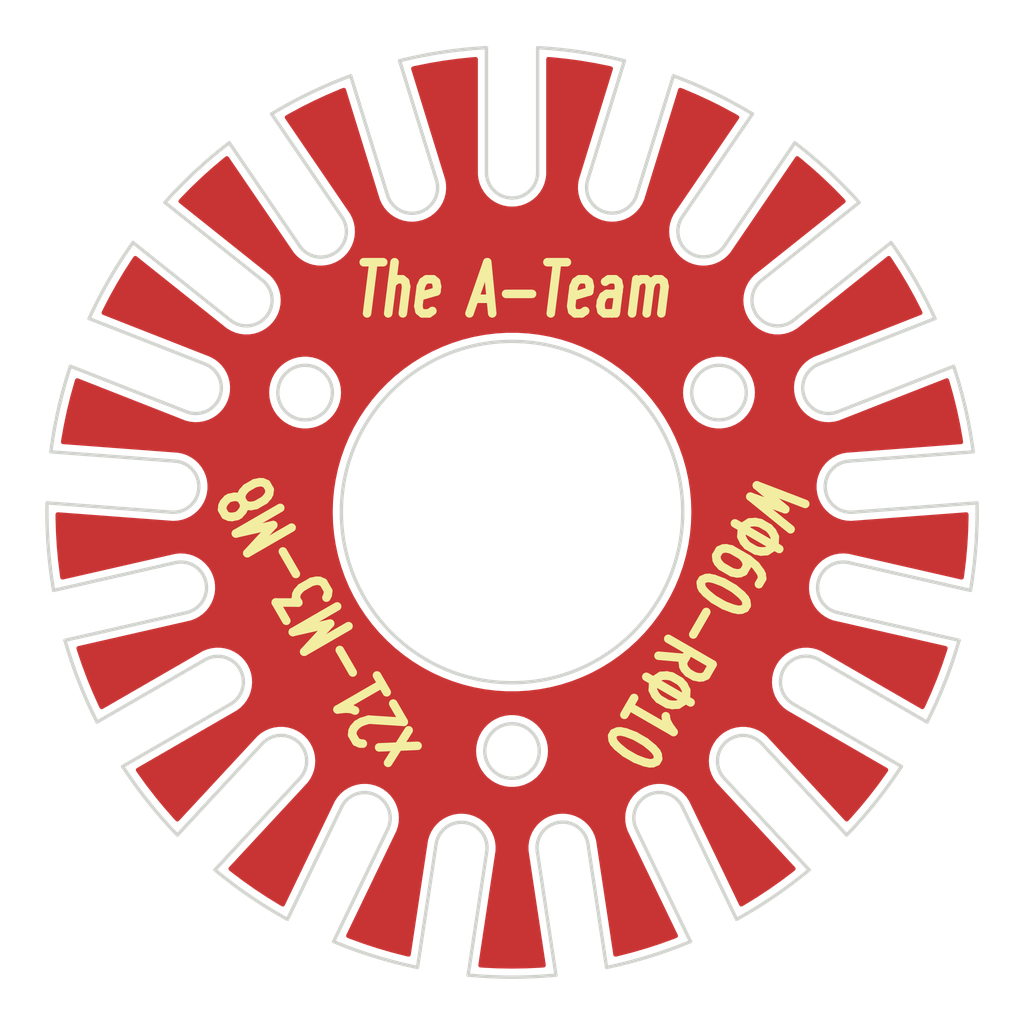
<source format=kicad_pcb>
(kicad_pcb
	(version 20240108)
	(generator "pcbnew")
	(generator_version "8.0")
	(general
		(thickness 1.6)
		(legacy_teardrops no)
	)
	(paper "A4")
	(layers
		(0 "F.Cu" signal)
		(31 "B.Cu" signal)
		(32 "B.Adhes" user "B.Adhesive")
		(33 "F.Adhes" user "F.Adhesive")
		(34 "B.Paste" user)
		(35 "F.Paste" user)
		(36 "B.SilkS" user "B.Silkscreen")
		(37 "F.SilkS" user "F.Silkscreen")
		(38 "B.Mask" user)
		(39 "F.Mask" user)
		(40 "Dwgs.User" user "User.Drawings")
		(41 "Cmts.User" user "User.Comments")
		(42 "Eco1.User" user "User.Eco1")
		(43 "Eco2.User" user "User.Eco2")
		(44 "Edge.Cuts" user)
		(45 "Margin" user)
		(46 "B.CrtYd" user "B.Courtyard")
		(47 "F.CrtYd" user "F.Courtyard")
		(48 "B.Fab" user)
		(49 "F.Fab" user)
		(50 "User.1" user)
		(51 "User.2" user)
		(52 "User.3" user)
		(53 "User.4" user)
		(54 "User.5" user)
		(55 "User.6" user)
		(56 "User.7" user)
		(57 "User.8" user)
		(58 "User.9" user)
	)
	(setup
		(stackup
			(layer "F.SilkS"
				(type "Top Silk Screen")
				(color "White")
			)
			(layer "F.Paste"
				(type "Top Solder Paste")
			)
			(layer "F.Mask"
				(type "Top Solder Mask")
				(color "Black")
				(thickness 0.01)
			)
			(layer "F.Cu"
				(type "copper")
				(thickness 0.035)
			)
			(layer "dielectric 1"
				(type "core")
				(thickness 1.51)
				(material "FR4")
				(epsilon_r 4.5)
				(loss_tangent 0.02)
			)
			(layer "B.Cu"
				(type "copper")
				(thickness 0.035)
			)
			(layer "B.Mask"
				(type "Bottom Solder Mask")
				(thickness 0.01)
			)
			(layer "B.Paste"
				(type "Bottom Solder Paste")
			)
			(layer "B.SilkS"
				(type "Bottom Silk Screen")
			)
			(copper_finish "None")
			(dielectric_constraints no)
		)
		(pad_to_mask_clearance 0)
		(allow_soldermask_bridges_in_footprints no)
		(grid_origin 150 100)
		(pcbplotparams
			(layerselection 0x00010fc_ffffffff)
			(plot_on_all_layers_selection 0x0000000_00000000)
			(disableapertmacros no)
			(usegerberextensions no)
			(usegerberattributes yes)
			(usegerberadvancedattributes yes)
			(creategerberjobfile yes)
			(dashed_line_dash_ratio 12.000000)
			(dashed_line_gap_ratio 3.000000)
			(svgprecision 4)
			(plotframeref no)
			(viasonmask no)
			(mode 1)
			(useauxorigin no)
			(hpglpennumber 1)
			(hpglpenspeed 20)
			(hpglpendiameter 15.000000)
			(pdf_front_fp_property_popups yes)
			(pdf_back_fp_property_popups yes)
			(dxfpolygonmode yes)
			(dxfimperialunits yes)
			(dxfusepcbnewfont yes)
			(psnegative no)
			(psa4output no)
			(plotreference yes)
			(plotvalue yes)
			(plotfptext yes)
			(plotinvisibletext no)
			(sketchpadsonfab no)
			(subtractmaskfromsilk no)
			(outputformat 1)
			(mirror no)
			(drillshape 1)
			(scaleselection 1)
			(outputdirectory "")
		)
	)
	(net 0 "")
	(gr_circle
		(center 162.124356 93)
		(end 165.124356 93)
		(stroke
			(width 0.1)
			(type solid)
		)
		(fill solid)
		(layer "F.Mask")
		(uuid "55544cfa-c0ca-4697-9c4f-ffce4a7faa38")
	)
	(gr_circle
		(center 137.875644 93)
		(end 140.875644 93)
		(stroke
			(width 0.1)
			(type solid)
		)
		(fill solid)
		(layer "F.Mask")
		(uuid "84f7840d-e71b-4594-b5da-4c31ded64ea0")
	)
	(gr_circle
		(center 150 114)
		(end 153 114)
		(stroke
			(width 0.1)
			(type solid)
		)
		(fill solid)
		(layer "F.Mask")
		(uuid "8bdb0773-d82e-4f61-bab4-3585e2e37098")
	)
	(gr_arc
		(start 140.01426 117.278456)
		(mid 142.016534 116.57783)
		(end 142.71716 118.580104)
		(stroke
			(width 0.2)
			(type default)
		)
		(layer "Edge.Cuts")
		(uuid "00fe6ede-1e0d-49bb-be62-710a00a6ea0b")
	)
	(gr_circle
		(center 162.124356 93)
		(end 162.124356 94.6)
		(stroke
			(width 0.2)
			(type default)
		)
		(fill none)
		(layer "Edge.Cuts")
		(uuid "013a932d-018a-42c8-ae9c-42ce2c14197d")
	)
	(gr_arc
		(start 176.192724 107.516894)
		(mid 175.366309 109.955543)
		(end 174.31341 112.305303)
		(stroke
			(width 0.2)
			(type default)
		)
		(layer "Edge.Cuts")
		(uuid "0258e377-7632-4744-9019-6fc9ffa8fa54")
	)
	(gr_line
		(start 169.072398 94.126024)
		(end 175.87586 91.455863)
		(stroke
			(width 0.2)
			(type default)
		)
		(layer "Edge.Cuts")
		(uuid "04ec821c-fa37-4c7f-b040-c6c2782f9ec0")
	)
	(gr_line
		(start 170.33737 81.862917)
		(end 164.623212 86.419806)
		(stroke
			(width 0.2)
			(type default)
		)
		(layer "Edge.Cuts")
		(uuid "0ba225b0-e8a3-49ea-ac40-f33840c65ffb")
	)
	(gr_arc
		(start 130.393818 118.925117)
		(mid 128.695092 116.990098)
		(end 127.186593 114.903377)
		(stroke
			(width 0.2)
			(type default)
		)
		(layer "Edge.Cuts")
		(uuid "0ba5b084-5aa5-48a2-af0b-5310a7006ad4")
	)
	(gr_line
		(start 157.298987 81.426234)
		(end 159.453259 74.442256)
		(stroke
			(width 0.2)
			(type default)
		)
		(layer "Edge.Cuts")
		(uuid "0cb6dc33-6518-4ec0-ad02-454042d50dea")
	)
	(gr_line
		(start 166.483902 111.249035)
		(end 172.813411 114.903379)
		(stroke
			(width 0.2)
			(type default)
		)
		(layer "Edge.Cuts")
		(uuid "0cb88487-b6bd-4696-9c3a-d5f97431fd3d")
	)
	(gr_line
		(start 140.029289 82.712869)
		(end 135.912162 76.674151)
		(stroke
			(width 0.2)
			(type default)
		)
		(layer "Edge.Cuts")
		(uuid "0cd2747b-fc2a-4295-8012-2fefceeee3cb")
	)
	(gr_line
		(start 145.550814 119.454167)
		(end 144.46151 126.681221)
		(stroke
			(width 0.2)
			(type default)
		)
		(layer "Edge.Cuts")
		(uuid "0d6eb5b0-92c8-4d19-a510-4e1a4a525380")
	)
	(gr_line
		(start 174.779836 88.663241)
		(end 167.976375 91.333403)
		(stroke
			(width 0.2)
			(type default)
		)
		(layer "Edge.Cuts")
		(uuid "105a44f8-aa63-484e-9ad1-e31823590062")
	)
	(gr_line
		(start 139.546049 125.165001)
		(end 142.717166 118.580107)
		(stroke
			(width 0.2)
			(type default)
		)
		(layer "Edge.Cuts")
		(uuid "136e9ce5-3bdc-4e12-9d28-8047f0df2539")
	)
	(gr_arc
		(start 135.376789 86.419807)
		(mid 135.614301 88.527787)
		(end 133.50632 88.765299)
		(stroke
			(width 0.2)
			(type default)
		)
		(layer "Edge.Cuts")
		(uuid "1a904771-e7d6-4684-a272-3f65d8d375ee")
	)
	(gr_arc
		(start 135.365018 113.567437)
		(mid 137.482756 113.486166)
		(end 137.568081 115.603744)
		(stroke
			(width 0.2)
			(type default)
		)
		(layer "Edge.Cuts")
		(uuid "1b3ef38e-a085-49fd-8a4f-fe57634e4bb0")
	)
	(gr_circle
		(center 150 114)
		(end 150 115.6)
		(stroke
			(width 0.2)
			(type default)
		)
		(fill none)
		(layer "Edge.Cuts")
		(uuid "1c2dae71-4ffa-4af4-9590-165ebcfd12c4")
	)
	(gr_arc
		(start 132.016098 108.650959)
		(mid 134.063994 109.198015)
		(end 133.520066 111.246744)
		(stroke
			(width 0.2)
			(type default)
		)
		(layer "Edge.Cuts")
		(uuid "1d9f9fff-8b90-499f-94b3-46e2a2c1b755")
	)
	(gr_line
		(start 156.58654 73.557989)
		(end 154.432269 80.541969)
		(stroke
			(width 0.2)
			(type default)
		)
		(layer "Edge.Cuts")
		(uuid "1e95267e-8673-4dca-b617-ba0be7930cbb")
	)
	(gr_line
		(start 135.376789 86.419807)
		(end 129.662629 81.862917)
		(stroke
			(width 0.2)
			(type default)
		)
		(layer "Edge.Cuts")
		(uuid "22aa7dcb-fdb7-4ef5-b0c7-2ceb10daa33e")
	)
	(gr_arc
		(start 172.813411 114.903379)
		(mid 171.304909 116.990097)
		(end 169.606183 118.925118)
		(stroke
			(width 0.2)
			(type default)
		)
		(layer "Edge.Cuts")
		(uuid "22c70121-7797-4999-900d-8f7bedd1d9d0")
	)
	(gr_line
		(start 148.5 72.791318)
		(end 148.5 80.1)
		(stroke
			(width 0.2)
			(type default)
		)
		(layer "Edge.Cuts")
		(uuid "23f58090-e393-45c7-b591-d3b877e8baaa")
	)
	(gr_line
		(start 135.365018 113.567437)
		(end 130.393818 118.925117)
		(stroke
			(width 0.2)
			(type default)
		)
		(layer "Edge.Cuts")
		(uuid "24a71cda-3e60-4396-ada8-03b507d4b36a")
	)
	(gr_arc
		(start 129.662629 81.862917)
		(mid 131.465292 80.024337)
		(end 133.433445 78.364111)
		(stroke
			(width 0.2)
			(type default)
		)
		(layer "Edge.Cuts")
		(uuid "24b9a8dd-ccc8-43ac-9b4c-8c884d8d26d3")
	)
	(gr_arc
		(start 145.567731 80.541969)
		(mid 144.576505 82.41746)
		(end 142.701014 81.426234)
		(stroke
			(width 0.2)
			(type default)
		)
		(layer "Edge.Cuts")
		(uuid "2531079b-0929-4258-95af-0092d9ae3adb")
	)
	(gr_arc
		(start 159.453259 74.442256)
		(mid 161.823332 75.448598)
		(end 164.087839 76.67415)
		(stroke
			(width 0.2)
			(type default)
		)
		(layer "Edge.Cuts")
		(uuid "269c00f9-93ae-4e48-96e7-6c5fae9e0534")
	)
	(gr_arc
		(start 169.067286 105.890558)
		(mid 167.938675 104.094385)
		(end 169.734848 102.965775)
		(stroke
			(width 0.2)
			(type default)
		)
		(layer "Edge.Cuts")
		(uuid "27a97f00-4890-4ba9-8e63-11ab0b616c49")
	)
	(gr_line
		(start 133.433445 78.364111)
		(end 137.550573 84.402829)
		(stroke
			(width 0.2)
			(type default)
		)
		(layer "Edge.Cuts")
		(uuid "314626a9-fad3-44fb-884e-00b64ce463d9")
	)
	(gr_arc
		(start 162.449426 84.402829)
		(mid 160.365088 84.797207)
		(end 159.970711 82.712869)
		(stroke
			(width 0.2)
			(type default)
		)
		(layer "Edge.Cuts")
		(uuid "331ceccc-8ee1-4ec2-ba9d-4e4952be2212")
	)
	(gr_line
		(start 151.482694 119.901293)
		(end 152.571998 127.128348)
		(stroke
			(width 0.2)
			(type default)
		)
		(layer "Edge.Cuts")
		(uuid "3478dce3-7ccf-4ac7-8876-ac4be131b931")
	)
	(gr_arc
		(start 125.220163 88.663241)
		(mid 126.400808 86.375)
		(end 127.79216 84.208411)
		(stroke
			(width 0.2)
			(type default)
		)
		(layer "Edge.Cuts")
		(uuid "361815e5-742a-4a57-8598-e684add0471b")
	)
	(gr_line
		(start 140.01426 117.278456)
		(end 136.843142 123.863351)
		(stroke
			(width 0.2)
			(type default)
		)
		(layer "Edge.Cuts")
		(uuid "38b5f7f2-9031-4af2-985e-e0b20791609b")
	)
	(gr_arc
		(start 144.46151 126.681221)
		(mid 141.967922 126.039357)
		(end 139.546049 125.165001)
		(stroke
			(width 0.2)
			(type default)
		)
		(layer "Edge.Cuts")
		(uuid "3998b358-b4a7-416d-a238-11a6b444763b")
	)
	(gr_arc
		(start 151.482694 119.901293)
		(mid 152.742377 118.194484)
		(end 154.449186 119.454167)
		(stroke
			(width 0.2)
			(type default)
		)
		(layer "Edge.Cuts")
		(uuid "3d2eb279-7a10-432f-a3e7-d5dd2824907f")
	)
	(gr_arc
		(start 136.843142 123.863351)
		(mid 134.649527 122.515009)
		(end 132.592975 120.965634)
		(stroke
			(width 0.2)
			(type default)
		)
		(layer "Edge.Cuts")
		(uuid "41ab40a5-d885-4bba-85c1-ab17474e2448")
	)
	(gr_arc
		(start 123.139713 104.592109)
		(mid 122.826197 102.036394)
		(end 122.755303 99.462498)
		(stroke
			(width 0.2)
			(type default)
		)
		(layer "Edge.Cuts")
		(uuid "43f8fe96-ab7e-4ca3-aeef-dce3e2eab0f2")
	)
	(gr_arc
		(start 145.550814 119.454167)
		(mid 147.257623 118.194484)
		(end 148.517306 119.901293)
		(stroke
			(width 0.2)
			(type default)
		)
		(layer "Edge.Cuts")
		(uuid "4781bbe8-5acc-4f26-bcf8-57a7e80d0e0e")
	)
	(gr_line
		(start 169.956451 100.008677)
		(end 177.244698 99.462498)
		(stroke
			(width 0.2)
			(type default)
		)
		(layer "Edge.Cuts")
		(uuid "5047516b-fd17-454a-ab91-086b5ffbb221")
	)
	(gr_arc
		(start 151.5 80.1)
		(mid 150 81.6)
		(end 148.5 80.1)
		(stroke
			(width 0.2)
			(type default)
		)
		(layer "Edge.Cuts")
		(uuid "53e81862-bf9b-4e9a-aed9-493df48fb024")
	)
	(gr_arc
		(start 167.407025 120.965635)
		(mid 165.35047 122.515005)
		(end 163.156859 123.863351)
		(stroke
			(width 0.2)
			(type default)
		)
		(layer "Edge.Cuts")
		(uuid "5a1de8e9-219c-48c9-88bb-51055378360e")
	)
	(gr_line
		(start 122.755303 99.462498)
		(end 130.043549 100.008677)
		(stroke
			(width 0.2)
			(type default)
		)
		(layer "Edge.Cuts")
		(uuid "5ac73a43-aebf-4c2a-b3a5-f332d0d3d894")
	)
	(gr_line
		(start 132.023623 91.333402)
		(end 125.220163 88.663241)
		(stroke
			(width 0.2)
			(type default)
		)
		(layer "Edge.Cuts")
		(uuid "5da179c4-6c03-4dfc-9243-4a9353cb06b7")
	)
	(gr_arc
		(start 162.435826 115.607955)
		(mid 162.515163 113.48811)
		(end 164.635015 113.567473)
		(stroke
			(width 0.2)
			(type default)
		)
		(layer "Edge.Cuts")
		(uuid "5f606482-a915-4cd2-a984-42fbf95e23ed")
	)
	(gr_line
		(start 132.016098 108.650959)
		(end 125.68659 112.305304)
		(stroke
			(width 0.2)
			(type default)
		)
		(layer "Edge.Cuts")
		(uuid "603e87ee-4eeb-42a5-a952-b9a2a491af11")
	)
	(gr_arc
		(start 135.912162 76.674151)
		(mid 138.176668 75.448598)
		(end 140.54674 74.442256)
		(stroke
			(width 0.2)
			(type default)
		)
		(layer "Edge.Cuts")
		(uuid "6132bf5e-16f1-4480-b0ad-3a0a9457e07d")
	)
	(gr_line
		(start 174.31341 112.305303)
		(end 167.983906 108.650962)
		(stroke
			(width 0.2)
			(type default)
		)
		(layer "Edge.Cuts")
		(uuid "6577bf9a-d65f-41b7-aa0b-e87c72d8fc14")
	)
	(gr_arc
		(start 160.453951 125.165001)
		(mid 158.032077 126.039356)
		(end 155.538489 126.681217)
		(stroke
			(width 0.2)
			(type default)
		)
		(layer "Edge.Cuts")
		(uuid "6db7f82d-c7e6-4fc7-ba1b-3ff2aea0bdc6")
	)
	(gr_line
		(start 162.435826 115.607955)
		(end 167.407025 120.965635)
		(stroke
			(width 0.2)
			(type default)
		)
		(layer "Edge.Cuts")
		(uuid "73680a03-719e-4423-abf9-efc226a427d1")
	)
	(gr_arc
		(start 175.87586 91.455863)
		(mid 176.566786 93.936305)
		(end 177.020506 96.470887)
		(stroke
			(width 0.2)
			(type default)
		)
		(layer "Edge.Cuts")
		(uuid "7446fe36-5458-42c3-81d7-ffc6e0e947e7")
	)
	(gr_arc
		(start 130.267739 97.017065)
		(mid 131.65145 98.624966)
		(end 130.043549 100.008677)
		(stroke
			(width 0.2)
			(type default)
		)
		(layer "Edge.Cuts")
		(uuid "76be0d8e-6586-40a6-a72e-e0cbb8f273f2")
	)
	(gr_line
		(start 124.124141 91.455862)
		(end 130.927599 94.126023)
		(stroke
			(width 0.2)
			(type default)
		)
		(layer "Edge.Cuts")
		(uuid "800c0025-5e5e-45c5-be5f-c9f2f09bdc5d")
	)
	(gr_line
		(start 142.71716 118.580104)
		(end 142.717166 118.580107)
		(stroke
			(width 0.2)
			(type default)
		)
		(layer "Edge.Cuts")
		(uuid "80497efd-3c80-47ad-a08e-5b4806de6369")
	)
	(gr_line
		(start 157.298986 81.426234)
		(end 157.298987 81.426234)
		(stroke
			(width 0.2)
			(type default)
		)
		(layer "Edge.Cuts")
		(uuid "82489a1a-5210-47a6-8cdc-fca47622a686")
	)
	(gr_line
		(start 169.067286 105.890558)
		(end 176.192724 107.516894)
		(stroke
			(width 0.2)
			(type default)
		)
		(layer "Edge.Cuts")
		(uuid "84ab4a5c-829f-4032-820e-147426ff1954")
	)
	(gr_line
		(start 132.592975 120.965634)
		(end 137.568081 115.603744)
		(stroke
			(width 0.2)
			(type default)
		)
		(layer "Edge.Cuts")
		(uuid "86c116cf-9fb5-4cab-8174-9bca0ec28312")
	)
	(gr_line
		(start 130.267739 97.017065)
		(end 122.979494 96.470887)
		(stroke
			(width 0.2)
			(type default)
		)
		(layer "Edge.Cuts")
		(uuid "88b805b8-d0ec-4fee-b4cf-7bb418ad4766")
	)
	(gr_arc
		(start 166.493681 88.7653)
		(mid 164.385699 88.527788)
		(end 164.623212 86.419806)
		(stroke
			(width 0.2)
			(type default)
		)
		(layer "Edge.Cuts")
		(uuid "8b4f506b-b3e6-475e-bcb6-97adb8108ff4")
	)
	(gr_arc
		(start 166.566555 78.364112)
		(mid 168.534708 80.024337)
		(end 170.33737 81.862917)
		(stroke
			(width 0.2)
			(type default)
		)
		(layer "Edge.Cuts")
		(uuid "8ede7f03-e5e0-4846-a789-ceee485f31f8")
	)
	(gr_arc
		(start 143.41346 73.55799)
		(mid 145.938599 73.05436)
		(end 148.5 72.791318)
		(stroke
			(width 0.2)
			(type default)
		)
		(layer "Edge.Cuts")
		(uuid "9088ab79-1512-44ad-a176-a872806b9eb9")
	)
	(gr_line
		(start 140.54674 74.442256)
		(end 142.701013 81.426234)
		(stroke
			(width 0.2)
			(type default)
		)
		(layer "Edge.Cuts")
		(uuid "91a4ad50-4af0-4372-bd60-da5247156597")
	)
	(gr_line
		(start 164.087839 76.67415)
		(end 159.970711 82.712869)
		(stroke
			(width 0.2)
			(type default)
		)
		(layer "Edge.Cuts")
		(uuid "9226654d-1202-4708-8b9b-2631ad478b3b")
	)
	(gr_circle
		(center 150 100)
		(end 150 110)
		(stroke
			(width 0.2)
			(type default)
		)
		(fill none)
		(layer "Edge.Cuts")
		(uuid "9274fa66-dc47-450a-a66a-5045f80a78a0")
	)
	(gr_arc
		(start 151.5 72.791318)
		(mid 154.061401 73.05436)
		(end 156.58654 73.557989)
		(stroke
			(width 0.2)
			(type default)
		)
		(layer "Edge.Cuts")
		(uuid "99d021e1-23a8-46c9-a6da-5e91a59364a4")
	)
	(gr_arc
		(start 130.265154 102.965775)
		(mid 132.061326 104.094386)
		(end 130.932715 105.890558)
		(stroke
			(width 0.2)
			(type default)
		)
		(layer "Edge.Cuts")
		(uuid "9a8c73c4-5cd8-4cdb-911b-ebb18254414f")
	)
	(gr_line
		(start 176.860287 104.59211)
		(end 169.734848 102.965775)
		(stroke
			(width 0.2)
			(type default)
		)
		(layer "Edge.Cuts")
		(uuid "9ca1a28b-a37b-4ea1-8219-706b4a916cf0")
	)
	(gr_line
		(start 169.606183 118.925118)
		(end 164.635015 113.567473)
		(stroke
			(width 0.2)
			(type default)
		)
		(layer "Edge.Cuts")
		(uuid "a4767eb5-6066-4cfc-a9d1-e0e6c331fcde")
	)
	(gr_line
		(start 127.79216 84.208411)
		(end 133.506319 88.7653)
		(stroke
			(width 0.2)
			(type default)
		)
		(layer "Edge.Cuts")
		(uuid "bb971950-983e-4b9b-9bc4-5bcc4cb75fe7")
	)
	(gr_line
		(start 123.807276 107.516894)
		(end 130.932715 105.890558)
		(stroke
			(width 0.2)
			(type default)
		)
		(layer "Edge.Cuts")
		(uuid "bcfa2403-d159-46a4-bbc4-648d51087d22")
	)
	(gr_arc
		(start 132.023623 91.333402)
		(mid 132.871922 93.277725)
		(end 130.927599 94.126023)
		(stroke
			(width 0.2)
			(type default)
		)
		(layer "Edge.Cuts")
		(uuid "c1c03f2d-b941-435a-a603-ee671664214c")
	)
	(gr_arc
		(start 157.298986 81.426234)
		(mid 155.423494 82.41746)
		(end 154.432269 80.541969)
		(stroke
			(width 0.2)
			(type default)
		)
		(layer "Edge.Cuts")
		(uuid "c2ce9023-1885-48cb-a02a-9ef40f9d980b")
	)
	(gr_line
		(start 163.156859 123.863351)
		(end 159.983752 117.274328)
		(stroke
			(width 0.2)
			(type default)
		)
		(layer "Edge.Cuts")
		(uuid "c2cff5af-34ed-499f-aad3-a10e691012fd")
	)
	(gr_line
		(start 151.5 80.1)
		(end 151.5 72.791318)
		(stroke
			(width 0.2)
			(type default)
		)
		(layer "Edge.Cuts")
		(uuid "c413232c-066c-4873-819f-9116549ab4a1")
	)
	(gr_circle
		(center 137.875644 93)
		(end 137.875644 94.6)
		(stroke
			(width 0.2)
			(type default)
		)
		(fill none)
		(layer "Edge.Cuts")
		(uuid "cbcfa09c-c907-4b9f-83a2-f53123948cec")
	)
	(gr_arc
		(start 166.483902 111.249035)
		(mid 165.934866 109.2)
		(end 167.983906 108.650962)
		(stroke
			(width 0.2)
			(type default)
		)
		(layer "Edge.Cuts")
		(uuid "ce741434-e00a-4971-bb31-214040b9e649")
	)
	(gr_line
		(start 162.449426 84.402829)
		(end 166.566555 78.364112)
		(stroke
			(width 0.2)
			(type default)
		)
		(layer "Edge.Cuts")
		(uuid "cf2c79b2-1f31-4642-b1fe-5a1b8fa178d6")
	)
	(gr_arc
		(start 157.282834 118.580107)
		(mid 157.9814 116.57882)
		(end 159.983752 117.274328)
		(stroke
			(width 0.2)
			(type default)
		)
		(layer "Edge.Cuts")
		(uuid "d16ca9f0-2bba-4bf9-bbe6-590915b1eddb")
	)
	(gr_line
		(start 142.701014 81.426234)
		(end 142.701013 81.426234)
		(stroke
			(width 0.2)
			(type default)
		)
		(layer "Edge.Cuts")
		(uuid "d1c442d3-fa77-461a-a184-f7b980eeddc4")
	)
	(gr_line
		(start 147.428003 127.128346)
		(end 148.517306 119.901293)
		(stroke
			(width 0.2)
			(type default)
		)
		(layer "Edge.Cuts")
		(uuid "d3263dd1-538d-4419-97f6-9f7482580751")
	)
	(gr_line
		(start 145.567731 80.541969)
		(end 143.41346 73.55799)
		(stroke
			(width 0.2)
			(type default)
		)
		(layer "Edge.Cuts")
		(uuid "d7ba902e-10f1-48ce-b30a-0748e4d5ca7d")
	)
	(gr_line
		(start 177.020506 96.470887)
		(end 169.732261 97.017065)
		(stroke
			(width 0.2)
			(type default)
		)
		(layer "Edge.Cuts")
		(uuid "d911bd0a-b932-44c4-9ca5-87a3144edcb5")
	)
	(gr_line
		(start 127.186593 114.903377)
		(end 133.520066 111.246744)
		(stroke
			(width 0.2)
			(type default)
		)
		(layer "Edge.Cuts")
		(uuid "de6936f1-2c09-4915-ad80-053e34a263f9")
	)
	(gr_arc
		(start 169.956451 100.008677)
		(mid 168.34855 98.624966)
		(end 169.732261 97.017065)
		(stroke
			(width 0.2)
			(type default)
		)
		(layer "Edge.Cuts")
		(uuid "e24be337-52e8-4fbf-847d-715de23e98a6")
	)
	(gr_arc
		(start 169.072398 94.126024)
		(mid 167.128076 93.277725)
		(end 167.976375 91.333403)
		(stroke
			(width 0.2)
			(type default)
		)
		(layer "Edge.Cuts")
		(uuid "e4a0d200-ca8a-4c9e-8e54-7ef21fa1c46a")
	)
	(gr_line
		(start 157.282834 118.580107)
		(end 160.453951 125.165001)
		(stroke
			(width 0.2)
			(type default)
		)
		(layer "Edge.Cuts")
		(uuid "e9334fda-558c-43bb-a2cd-27f0d322f898")
	)
	(gr_line
		(start 133.50632 88.765299)
		(end 133.506319 88.7653)
		(stroke
			(width 0.2)
			(type default)
		)
		(layer "Edge.Cuts")
		(uuid "ea4eca7f-10a1-4938-b5a0-bc55a9e2d050")
	)
	(gr_arc
		(start 177.244698 99.462498)
		(mid 177.173803 102.036395)
		(end 176.860287 104.59211)
		(stroke
			(width 0.2)
			(type default)
		)
		(layer "Edge.Cuts")
		(uuid "ea58d243-d7cb-46f4-b9d7-ed826820c438")
	)
	(gr_arc
		(start 122.979494 96.470887)
		(mid 123.433214 93.936304)
		(end 124.124141 91.455862)
		(stroke
			(width 0.2)
			(type default)
		)
		(layer "Edge.Cuts")
		(uuid "eb8be915-c548-4448-bb96-7ecb37cfbf26")
	)
	(gr_arc
		(start 152.571998 127.128348)
		(mid 150 127.25)
		(end 147.428003 127.128346)
		(stroke
			(width 0.2)
			(type default)
		)
		(layer "Edge.Cuts")
		(uuid "ebc22ec4-505b-4e41-9944-c6fe1e308553")
	)
	(gr_line
		(start 166.493681 88.7653)
		(end 172.20784 84.208411)
		(stroke
			(width 0.2)
			(type default)
		)
		(layer "Edge.Cuts")
		(uuid "f18d3c89-984a-4708-b5b1-746437eab8f4")
	)
	(gr_arc
		(start 172.20784 84.208411)
		(mid 173.599193 86.374999)
		(end 174.779836 88.663241)
		(stroke
			(width 0.2)
			(type default)
		)
		(layer "Edge.Cuts")
		(uuid "f1a36915-49e4-47fe-acb2-b95b4b9ddd9e")
	)
	(gr_line
		(start 155.538489 126.681217)
		(end 154.449186 119.454167)
		(stroke
			(width 0.2)
			(type default)
		)
		(layer "Edge.Cuts")
		(uuid "f24af770-0cc5-4edb-80c7-fbb3fc23f0fa")
	)
	(gr_line
		(start 130.265154 102.965775)
		(end 123.139713 104.592109)
		(stroke
			(width 0.2)
			(type default)
		)
		(layer "Edge.Cuts")
		(uuid "f258a861-2920-4538-bf4c-55374b042c77")
	)
	(gr_arc
		(start 140.029289 82.712869)
		(mid 139.634911 84.797207)
		(end 137.550573 84.402829)
		(stroke
			(width 0.2)
			(type default)
		)
		(layer "Edge.Cuts")
		(uuid "f42e26eb-a4e6-42f5-abfb-08e2e5fd8f3c")
	)
	(gr_arc
		(start 125.68659 112.305304)
		(mid 124.633689 109.955544)
		(end 123.807276 107.516894)
		(stroke
			(width 0.2)
			(type default)
		)
		(layer "Edge.Cuts")
		(uuid "fd1f3405-d97d-457a-b003-7e81d3fbf277")
	)
	(gr_text "WΦ60-RΦ10"
		(at 161.26 106.5 240)
		(layer "F.SilkS")
		(uuid "4d16f2be-9791-41a4-a533-a2cc4412636f")
		(effects
			(font
				(size 3 2)
				(thickness 0.5)
				(bold yes)
			)
		)
	)
	(gr_text "x21-M3-M8"
		(at 138.74 106.5 120)
		(layer "F.SilkS")
		(uuid "baad854b-64d4-49e9-96b7-b6ea92cfccaa")
		(effects
			(font
				(size 3 2)
				(thickness 0.5)
				(bold yes)
			)
		)
	)
	(gr_text "The A-Team"
		(at 150 87 0)
		(layer "F.SilkS")
		(uuid "f6567ffe-d497-4046-a526-137ae4d18d21")
		(effects
			(font
				(size 3 2)
				(thickness 0.5)
				(bold yes)
				(italic yes)
			)
		)
	)
	(zone
		(net 0)
		(net_name "")
		(layer "F.Cu")
		(uuid "86660afe-8bb7-446d-80b6-2c1c6dd69482")
		(hatch edge 0.5)
		(connect_pads
			(clearance 0.5)
		)
		(min_thickness 0.25)
		(filled_areas_thickness no)
		(fill yes
			(thermal_gap 0.5)
			(thermal_bridge_width 0.5)
			(island_removal_mode 1)
			(island_area_min 10)
		)
		(polygon
			(pts
				(xy 180 70) (xy 180 130) (xy 120 130) (xy 120 70)
			)
		)
		(filled_polygon
			(layer "F.Cu")
			(island)
			(pts
				(xy 152.311214 73.350565) (xy 152.315082 73.350901) (xy 153.149607 73.4366) (xy 153.153445 73.437055)
				(xy 153.984878 73.549006) (xy 153.988711 73.549583) (xy 154.816256 73.687681) (xy 154.819973 73.688362)
				(xy 155.642731 73.852456) (xy 155.646529 73.853276) (xy 155.82028 73.89366) (xy 155.881123 73.928011)
				(xy 155.913736 73.989802) (xy 155.910699 74.050991) (xy 153.973428 80.331476) (xy 153.973425 80.331484)
				(xy 153.969269 80.344954) (xy 153.969168 80.345105) (xy 153.913621 80.525184) (xy 153.913618 80.525195)
				(xy 153.869312 80.79525) (xy 153.869311 80.795261) (xy 153.862192 81.068842) (xy 153.892391 81.340853)
				(xy 153.959348 81.60622) (xy 154.061808 81.859976) (xy 154.061814 81.85999) (xy 154.061817 81.859996)
				(xy 154.061819 81.859999) (xy 154.197878 82.097442) (xy 154.19788 82.097444) (xy 154.197882 82.097448)
				(xy 154.365017 82.314167) (xy 154.560105 82.506108) (xy 154.560106 82.506108) (xy 154.560106 82.506109)
				(xy 154.648408 82.571947) (xy 154.779512 82.669698) (xy 155.01915 82.801887) (xy 155.274557 82.900215)
				(xy 155.274566 82.900217) (xy 155.540969 82.962847) (xy 155.54097 82.962847) (xy 155.540974 82.962848)
				(xy 155.813438 82.988621) (xy 156.086873 82.977054) (xy 156.356187 82.928361) (xy 156.616362 82.84345)
				(xy 156.862551 82.723903) (xy 157.090169 82.571947) (xy 157.294976 82.390411) (xy 157.473156 82.182679)
				(xy 157.62139 81.952619) (xy 157.736917 81.704517) (xy 157.753362 81.651199) (xy 157.75337 81.651182)
				(xy 157.756506 81.641013) (xy 157.76259 81.627066) (xy 157.762267 81.626932) (xy 157.765375 81.619426)
				(xy 157.765379 81.61942) (xy 157.779423 81.567001) (xy 157.780677 81.562647) (xy 159.733945 75.230308)
				(xy 159.772514 75.172052) (xy 159.836459 75.143894) (xy 159.897277 75.151253) (xy 160.063584 75.215763)
				(xy 160.067172 75.21722) (xy 160.51289 75.406473) (xy 160.839353 75.54509) (xy 160.842925 75.546673)
				(xy 161.112485 75.671292) (xy 161.604407 75.898712) (xy 161.607895 75.900391) (xy 162.357909 76.276246)
				(xy 162.361374 76.278051) (xy 163.099178 76.67735) (xy 163.102584 76.679264) (xy 163.25668 76.769049)
				(xy 163.304694 76.819807) (xy 163.317645 76.888466) (xy 163.296708 76.946041) (xy 159.59756 82.371696)
				(xy 159.597529 82.371739) (xy 159.583379 82.392492) (xy 159.480085 82.544006) (xy 159.35816 82.789005)
				(xy 159.358155 82.789018) (xy 159.270728 83.048326) (xy 159.270725 83.048339) (xy 159.219417 83.317154)
				(xy 159.20519 83.59044) (xy 159.205191 83.590454) (xy 159.214923 83.705244) (xy 159.22831 83.863142)
				(xy 159.288344 84.130146) (xy 159.288346 84.130151) (xy 159.288346 84.130152) (xy 159.384174 84.386486)
				(xy 159.514018 84.627397) (xy 159.514019 84.627398) (xy 159.675448 84.84837) (xy 159.675455 84.848378)
				(xy 159.865468 85.045311) (xy 159.865481 85.045324) (xy 160.080542 85.214552) (xy 160.124226 85.240153)
				(xy 160.316654 85.352927) (xy 160.569405 85.457862) (xy 160.834091 85.527405) (xy 160.834095 85.527405)
				(xy 160.834097 85.527406) (xy 160.924654 85.538356) (xy 161.105781 85.56026) (xy 161.379414 85.555814)
				(xy 161.649893 85.514151) (xy 161.912181 85.436046) (xy 162.161335 85.322981) (xy 162.161388 85.322957)
				(xy 162.161388 85.322956) (xy 162.16139 85.322956) (xy 162.392879 85.176985) (xy 162.602337 85.000853)
				(xy 162.785861 84.797842) (xy 162.820383 84.747209) (xy 162.820408 84.747179) (xy 162.825838 84.739214)
				(xy 162.82584 84.739213) (xy 162.854892 84.696599) (xy 162.862947 84.684786) (xy 162.862948 84.684787)
				(xy 162.900068 84.630346) (xy 162.900068 84.630343) (xy 162.906238 84.621295) (xy 162.906264 84.62125)
				(xy 166.602487 79.199889) (xy 166.656515 79.155589) (xy 166.725919 79.14753) (xy 166.781863 79.172488)
				(xy 166.921739 79.283129) (xy 166.924764 79.2856) (xy 167.566017 79.826528) (xy 167.568962 79.829093)
				(xy 168.192861 80.389959) (xy 168.195671 80.392567) (xy 168.801565 80.972785) (xy 168.801569 80.972789)
				(xy 168.804348 80.975535) (xy 169.391671 81.574563) (xy 169.394338 81.57737) (xy 169.515156 81.708623)
				(xy 169.546075 81.771277) (xy 169.538212 81.840703) (xy 169.501235 81.889548) (xy 164.253825 86.074218)
				(xy 164.253666 86.074361) (xy 164.204185 86.113818) (xy 164.01544 86.311987) (xy 164.015436 86.311992)
				(xy 163.855433 86.534018) (xy 163.727145 86.775777) (xy 163.727145 86.775778) (xy 163.632976 87.032747)
				(xy 163.632974 87.032758) (xy 163.574676 87.300148) (xy 163.574674 87.300155) (xy 163.55333 87.572989)
				(xy 163.55333 87.572994) (xy 163.55333 87.572999) (xy 163.556023 87.618965) (xy 163.569336 87.846208)
				(xy 163.569338 87.846219) (xy 163.622397 88.114697) (xy 163.6224 88.114708) (xy 163.711525 88.37346)
				(xy 163.711528 88.373468) (xy 163.835059 88.617679) (xy 163.835065 88.617689) (xy 163.908703 88.724201)
				(xy 163.990698 88.842801) (xy 164.175496 89.044581) (xy 164.175542 89.044631) (xy 164.175542 89.044632)
				(xy 164.386142 89.219408) (xy 164.386145 89.21941) (xy 164.618588 89.363883) (xy 164.618595 89.363886)
				(xy 164.868539 89.47536) (xy 165.039104 89.524946) (xy 165.13134 89.551761) (xy 165.402097 89.591665)
				(xy 165.402092 89.591665) (xy 165.415407 89.591794) (xy 165.675767 89.594328) (xy 165.94725 89.559701)
				(xy 165.947256 89.559699) (xy 165.947258 89.559699) (xy 166.022764 89.539333) (xy 166.211489 89.488429)
				(xy 166.463561 89.381838) (xy 166.698771 89.241916) (xy 166.781288 89.176104) (xy 171.995827 85.017648)
				(xy 172.060511 84.991241) (xy 172.129206 85.003998) (xy 172.175312 85.044339) (xy 172.276371 85.191308)
				(xy 172.278534 85.194562) (xy 172.731841 85.900442) (xy 172.7339 85.903762) (xy 173.16473 86.623554)
				(xy 173.166683 86.626937) (xy 173.57465 87.359987) (xy 173.576491 87.363421) (xy 173.613382 87.434919)
				(xy 173.961156 88.108952) (xy 173.962892 88.112452) (xy 174.039636 88.273446) (xy 174.050714 88.342432)
				(xy 174.022737 88.406456) (xy 173.973005 88.442231) (xy 167.858595 90.84196) (xy 167.858574 90.841967)
				(xy 167.858575 90.841968) (xy 167.84239 90.84832) (xy 167.842339 90.848324) (xy 167.666132 90.917482)
				(xy 167.427366 91.051227) (xy 167.427364 91.051227) (xy 167.209037 91.216234) (xy 167.209033 91.216237)
				(xy 167.015203 91.409441) (xy 166.975751 91.461292) (xy 166.849485 91.627241) (xy 166.849482 91.627245)
				(xy 166.849482 91.627246) (xy 166.75234 91.799361) (xy 166.714968 91.865575) (xy 166.664071 91.994031)
				(xy 166.614157 92.120005) (xy 166.548929 92.385798) (xy 166.520501 92.657981) (xy 166.520501 92.657999)
				(xy 166.529398 92.931508) (xy 166.5294 92.93152) (xy 166.575461 93.201288) (xy 166.628986 93.370886)
				(xy 166.657827 93.46227) (xy 166.65783 93.462277) (xy 166.774964 93.709615) (xy 166.924689 93.9387)
				(xy 166.92469 93.938701) (xy 167.104206 94.145257) (xy 167.104217 94.145269) (xy 167.10422 94.145272)
				(xy 167.310184 94.325455) (xy 167.310188 94.325457) (xy 167.310193 94.325462) (xy 167.53879 94.475933)
				(xy 167.538792 94.475934) (xy 167.53879 94.475934) (xy 167.785733 94.593868) (xy 167.78574 94.593871)
				(xy 167.785747 94.593874) (xy 167.855061 94.615998) (xy 168.046458 94.67709) (xy 168.04646 94.677091)
				(xy 168.31599 94.724016) (xy 168.316082 94.724032) (xy 168.589582 94.733822) (xy 168.589592 94.733821)
				(xy 168.589596 94.733821) (xy 168.727633 94.719858) (xy 168.861868 94.706281) (xy 169.127867 94.641919)
				(xy 169.163868 94.627789) (xy 169.183088 94.620247) (xy 169.183088 94.620246) (xy 169.193911 94.615999)
				(xy 169.193914 94.615999) (xy 169.255246 94.591928) (xy 169.316583 94.567856) (xy 169.316583 94.567854)
				(xy 169.334282 94.560909) (xy 169.334293 94.560903) (xy 169.566965 94.469586) (xy 175.43474 92.166655)
				(xy 175.504333 92.160487) (xy 175.566216 92.192925) (xy 175.598383 92.245063) (xy 175.651641 92.415314)
				(xy 175.652748 92.419062) (xy 175.877845 93.22717) (xy 175.878834 93.230949) (xy 176.078366 94.045759)
				(xy 176.079236 94.049568) (xy 176.253005 94.870292) (xy 176.253754 94.874127) (xy 176.401581 95.69992)
				(xy 176.402208 95.703776) (xy 176.428088 95.880231) (xy 176.418341 95.949417) (xy 176.372735 96.00235)
				(xy 176.314668 96.021878) (xy 169.769001 96.512408) (xy 169.768958 96.512408) (xy 169.70295 96.517357)
				(xy 169.696793 96.517819) (xy 169.69679 96.517819) (xy 169.621601 96.523454) (xy 169.620586 96.523597)
				(xy 169.558398 96.528259) (xy 169.558393 96.52826) (xy 169.29083 96.585686) (xy 169.290828 96.585686)
				(xy 169.033568 96.679012) (xy 169.033556 96.679017) (xy 168.79141 96.806498) (xy 168.791409 96.806499)
				(xy 168.791406 96.8065) (xy 168.791406 96.806501) (xy 168.568863 96.965774) (xy 168.541243 96.991908)
				(xy 168.37008 97.153865) (xy 168.370079 97.153866) (xy 168.198761 97.36727) (xy 168.05809 97.602025)
				(xy 167.950701 97.853732) (xy 167.878582 98.117733) (xy 167.843085 98.389069) (xy 167.843083 98.389094)
				(xy 167.844864 98.662739) (xy 167.88389 98.933611) (xy 167.959438 99.196651) (xy 168.070096 99.446945)
				(xy 168.070098 99.446949) (xy 168.141949 99.563391) (xy 168.213804 99.67984) (xy 168.387886 99.891001)
				(xy 168.387889 99.891004) (xy 168.387892 99.891007) (xy 168.589101 100.076492) (xy 168.672925 100.13485)
				(xy 168.813696 100.232855) (xy 168.813703 100.232859) (xy 168.813707 100.232861) (xy 169.057492 100.357181)
				(xy 169.057498 100.357183) (xy 169.315932 100.447147) (xy 169.315934 100.447147) (xy 169.315947 100.447152)
				(xy 169.584245 100.501094) (xy 169.857388 100.518) (xy 169.920249 100.51329) (xy 169.92029 100.51329)
				(xy 169.928143 100.512701) (xy 169.928146 100.512702) (xy 169.993839 100.507779) (xy 170.059547 100.502856)
				(xy 170.05955 100.502854) (xy 170.071596 100.501952) (xy 170.071603 100.50195) (xy 176.61366 100.01169)
				(xy 176.681982 100.026309) (xy 176.731556 100.075546) (xy 176.746925 100.13485) (xy 176.747634 100.313214)
				(xy 176.747588 100.317121) (xy 176.72449 101.1557) (xy 176.724321 101.159603) (xy 176.674817 101.997043)
				(xy 176.674525 102.000939) (xy 176.598662 102.836412) (xy 176.598247 102.840297) (xy 176.496107 103.672917)
				(xy 176.495571 103.676787) (xy 176.468283 103.853076) (xy 176.438575 103.916316) (xy 176.379393 103.953455)
				(xy 176.318149 103.954999) (xy 169.920028 102.494669) (xy 169.919993 102.494658) (xy 169.862613 102.481565)
				(xy 169.862608 102.481562) (xy 169.862608 102.481564) (xy 169.774576 102.46147) (xy 169.773755 102.461338)
				(xy 169.767201 102.459842) (xy 169.712791 102.447426) (xy 169.587797 102.436425) (xy 169.440168 102.423432)
				(xy 169.166839 102.436783) (xy 168.89786 102.487229) (xy 168.638254 102.573831) (xy 168.392858 102.694975)
				(xy 168.392855 102.694977) (xy 168.166262 102.848392) (xy 168.16624 102.848409) (xy 167.962642 103.031254)
				(xy 167.962637 103.031259) (xy 167.874228 103.1357) (xy 167.78582 103.240139) (xy 167.785819 103.240141)
				(xy 167.639093 103.471147) (xy 167.639089 103.471155) (xy 167.52519 103.719975) (xy 167.525183 103.719994)
				(xy 167.446224 103.982011) (xy 167.446224 103.982013) (xy 167.403677 104.252352) (xy 167.403677 104.252356)
				(xy 167.398336 104.525957) (xy 167.398337 104.525978) (xy 167.430303 104.797764) (xy 167.430303 104.797765)
				(xy 167.498979 105.062672) (xy 167.603085 105.31576) (xy 167.603088 105.315765) (xy 167.740689 105.552324)
				(xy 167.909219 105.767943) (xy 168.011949 105.867713) (xy 168.105535 105.958603) (xy 168.105538 105.958605)
				(xy 168.105539 105.958606) (xy 168.325993 106.120761) (xy 168.325997 106.120763) (xy 168.326004 106.120767)
				(xy 168.56647 106.251387) (xy 168.566474 106.251389) (xy 168.694485 106.299721) (xy 168.822499 106.348054)
				(xy 168.881537 106.361529) (xy 168.881571 106.361541) (xy 168.891673 106.363846) (xy 168.891674 106.363847)
				(xy 168.955901 106.378506) (xy 168.955901 106.378507) (xy 169.020141 106.393171) (xy 169.020141 106.39317)
				(xy 169.030686 106.395578) (xy 169.030715 106.395581) (xy 175.427844 107.855685) (xy 175.488821 107.889794)
				(xy 175.521679 107.951455) (xy 175.518885 108.012654) (xy 175.466992 108.183293) (xy 175.465797 108.187013)
				(xy 175.196546 108.981536) (xy 175.195234 108.985216) (xy 174.901083 109.770874) (xy 174.899655 109.774511)
				(xy 174.580914 110.550472) (xy 174.579373 110.554062) (xy 174.23633 111.319631) (xy 174.234676 111.323172)
				(xy 174.156651 111.483556) (xy 174.109622 111.535229) (xy 174.042123 111.553273) (xy 173.983146 111.536697)
				(xy 168.1704 108.180706) (xy 168.170309 108.180661) (xy 168.115661 108.149109) (xy 168.115651 108.149104)
				(xy 168.115649 108.149103) (xy 168.115644 108.149101) (xy 168.11564 108.149099) (xy 167.862218 108.045813)
				(xy 167.862209 108.04581) (xy 167.597076 107.977992) (xy 167.325178 107.946907) (xy 167.325171 107.946907)
				(xy 167.32517 107.946907) (xy 167.125403 107.951455) (xy 167.051564 107.953136) (xy 167.05156 107.953137)
				(xy 166.781362 107.996561) (xy 166.781347 107.996565) (xy 166.519584 108.076376) (xy 166.519574 108.07638)
				(xy 166.271112 108.191093) (xy 166.161369 108.2613) (xy 166.040571 108.33858) (xy 166.040566 108.338583)
				(xy 166.040563 108.338586) (xy 166.040561 108.338587) (xy 165.832262 108.516079) (xy 165.650068 108.720289)
				(xy 165.497371 108.947415) (xy 165.49737 108.947417) (xy 165.377026 109.19321) (xy 165.377026 109.193211)
				(xy 165.291273 109.453097) (xy 165.241705 109.72225) (xy 165.229249 109.995644) (xy 165.229249 109.995648)
				(xy 165.254134 110.268178) (xy 165.254135 110.268184) (xy 165.315901 110.534799) (xy 165.413394 110.790519)
				(xy 165.486782 110.924588) (xy 165.542408 111.02621) (xy 165.544804 111.030586) (xy 165.707672 111.250515)
				(xy 165.707678 111.250523) (xy 165.775209 111.319608) (xy 165.898977 111.446226) (xy 166.036723 111.553173)
				(xy 166.115147 111.614062) (xy 166.169545 111.645468) (xy 166.169553 111.645473) (xy 166.176587 111.649534)
				(xy 166.176588 111.649535) (xy 166.204875 111.665866) (xy 166.204879 111.665869) (xy 166.233652 111.682481)
				(xy 166.287766 111.713724) (xy 171.982651 115.001667) (xy 172.030867 115.052234) (xy 172.04409 115.120841)
				(xy 172.023382 115.178497) (xy 171.923489 115.326274) (xy 171.92125 115.329477) (xy 171.429776 116.009336)
				(xy 171.427437 116.012466) (xy 170.914788 116.676505) (xy 170.912352 116.679559) (xy 170.379057 117.327096)
				(xy 170.376526 117.330073) (xy 169.823076 117.96051) (xy 169.820452 117.963405) (xy 169.698608 118.093679)
				(xy 169.638439 118.129195) (xy 169.568619 118.126542) (xy 169.517148 118.093318) (xy 164.95156 113.172783)
				(xy 164.951453 113.172681) (xy 164.908847 113.12676) (xy 164.908832 113.126745) (xy 164.697114 112.953343)
				(xy 164.697113 112.953342) (xy 164.463745 112.810377) (xy 164.463746 112.810377) (xy 164.213093 112.700524)
				(xy 164.213075 112.700517) (xy 163.949809 112.625821) (xy 163.949789 112.625817) (xy 163.678795 112.587665)
				(xy 163.405116 112.586767) (xy 163.133871 112.623145) (xy 163.133868 112.623145) (xy 163.133866 112.623146)
				(xy 163.038749 112.649461) (xy 162.870092 112.696121) (xy 162.686134 112.775312) (xy 162.618721 112.804332)
				(xy 162.618719 112.804332) (xy 162.618717 112.804334) (xy 162.384427 112.94576) (xy 162.384426 112.945761)
				(xy 162.17156 113.117786) (xy 162.171555 113.117791) (xy 161.984113 113.317182) (xy 161.984109 113.317186)
				(xy 161.825556 113.540257) (xy 161.825552 113.540262) (xy 161.698854 113.782839) (xy 161.698849 113.782849)
				(xy 161.606366 114.040408) (xy 161.606362 114.04042) (xy 161.549808 114.30818) (xy 161.530242 114.58116)
				(xy 161.530242 114.581163) (xy 161.532001 114.608168) (xy 161.548027 114.854257) (xy 161.602835 115.122394)
				(xy 161.602836 115.122396) (xy 161.675115 115.327889) (xy 161.693646 115.380571) (xy 161.818762 115.62397)
				(xy 161.81877 115.623984) (xy 161.975854 115.848065) (xy 161.975856 115.848067) (xy 161.975859 115.848071)
				(xy 162.020209 115.895868) (xy 162.024116 115.900079) (xy 162.024117 115.90008) (xy 162.124367 116.008126)
				(xy 162.124378 116.008135) (xy 162.747367 116.679558) (xy 166.573955 120.803642) (xy 166.584203 120.814686)
				(xy 166.615372 120.877218) (xy 166.607785 120.946674) (xy 166.571002 120.995666) (xy 166.431998 121.107424)
				(xy 166.428915 121.109824) (xy 165.758873 121.614623) (xy 165.755716 121.616924) (xy 165.070129 122.100345)
				(xy 165.066901 122.102546) (xy 164.366404 122.564142) (xy 164.363108 122.56624) (xy 163.648452 123.005518)
				(xy 163.645092 123.007512) (xy 163.490248 123.096093) (xy 163.422283 123.112295) (xy 163.356347 123.089181)
				(xy 163.316955 123.042262) (xy 163.299759 123.006555) (xy 160.466726 117.123701) (xy 160.465438 117.120522)
				(xy 160.46279 117.115066) (xy 160.46279 117.115065) (xy 160.434293 117.056352) (xy 160.408187 117.002143)
				(xy 160.403447 116.9923) (xy 160.401802 116.9894) (xy 160.374335 116.932798) (xy 160.222603 116.705358)
				(xy 160.044744 116.504516) (xy 160.041343 116.500675) (xy 159.954487 116.426087) (xy 159.833919 116.322548)
				(xy 159.604195 116.174295) (xy 159.496493 116.124032) (xy 159.356442 116.058672) (xy 159.356439 116.058671)
				(xy 159.095258 115.977824) (xy 158.825506 115.933259) (xy 158.5522 115.925803) (xy 158.552199 115.925803)
				(xy 158.552198 115.925803) (xy 158.463413 115.935535) (xy 158.28042 115.955596) (xy 158.280416 115.955596)
				(xy 158.280415 115.955597) (xy 158.01522 116.022082) (xy 157.761529 116.124027) (xy 157.761518 116.124032)
				(xy 157.524064 116.259535) (xy 157.524061 116.259536) (xy 157.307235 116.426089) (xy 157.115089 116.620583)
				(xy 157.115087 116.620585) (xy 156.951183 116.839411) (xy 156.951179 116.839417) (xy 156.818563 117.078511)
				(xy 156.818563 117.078513) (xy 156.719709 117.333413) (xy 156.656444 117.599408) (xy 156.629954 117.871523)
				(xy 156.629954 117.871527) (xy 156.629954 117.871529) (xy 156.635365 118.008724) (xy 156.640728 118.144725)
				(xy 156.640729 118.144737) (xy 156.688561 118.413902) (xy 156.688564 118.413915) (xy 156.772577 118.674099)
				(xy 156.788564 118.707292) (xy 156.831892 118.797251) (xy 156.831894 118.797259) (xy 156.831896 118.797259)
				(xy 156.865014 118.866034) (xy 156.865026 118.866053) (xy 157.3995 119.9759) (xy 159.712176 124.778224)
				(xy 159.723528 124.847166) (xy 159.695806 124.9113) (xy 159.646216 124.947274) (xy 159.480435 125.013099)
				(xy 159.476782 125.014483) (xy 158.687751 125.299341) (xy 158.684056 125.30061) (xy 157.886387 125.560488)
				(xy 157.882653 125.561639) (xy 157.077268 125.796235) (xy 157.0735 125.797269) (xy 156.261065 126.006392)
				(xy 156.257267 126.007306) (xy 156.083219 126.046304) (xy 156.013497 126.041753) (xy 155.957304 126.000231)
				(xy 155.933492 125.943785) (xy 155.911253 125.796242) (xy 154.94537 119.388023) (xy 154.944098 119.379583)
				(xy 154.934275 119.314415) (xy 154.934274 119.314412) (xy 154.933141 119.306896) (xy 154.932916 119.305867)
				(xy 154.923636 119.244284) (xy 154.846383 118.981739) (xy 154.734099 118.732158) (xy 154.734098 118.732156)
				(xy 154.734097 118.732154) (xy 154.588877 118.500192) (xy 154.588876 118.500191) (xy 154.413424 118.290165)
				(xy 154.211002 118.105981) (xy 154.210999 118.105979) (xy 154.210923 118.105927) (xy 154.001273 117.961985)
				(xy 153.985384 117.951076) (xy 153.985383 117.951075) (xy 153.985381 117.951074) (xy 153.826843 117.871523)
				(xy 153.740776 117.828336) (xy 153.740768 117.828333) (xy 153.481733 117.740047) (xy 153.213084 117.687856)
				(xy 153.213082 117.687855) (xy 153.213078 117.687855) (xy 152.939821 117.672732) (xy 152.93982 117.672732)
				(xy 152.667055 117.694957) (xy 152.667041 117.694959) (xy 152.399846 117.75412) (xy 152.399835 117.754123)
				(xy 152.143189 117.849113) (xy 152.143179 117.849118) (xy 151.901853 117.978175) (xy 151.901847 117.978179)
				(xy 151.68034 118.138896) (xy 151.482781 118.328277) (xy 151.312847 118.542802) (xy 151.312845 118.542805)
				(xy 151.173707 118.778464) (xy 151.173704 118.77847) (xy 151.067953 119.030879) (xy 151.06795 119.030886)
				(xy 151.011148 119.244282) (xy 150.997554 119.295351) (xy 150.983632 119.407443) (xy 150.963822 119.566943)
				(xy 150.963822 119.566951) (xy 150.967388 119.840578) (xy 150.967389 119.840595) (xy 150.977963 119.910733)
				(xy 150.977963 119.910736) (xy 151.977183 126.540117) (xy 151.96771 126.609341) (xy 151.922315 126.662455)
				(xy 151.864326 126.682213) (xy 151.686541 126.696247) (xy 151.682642 126.696494) (xy 150.844651 126.73613)
				(xy 150.840746 126.736253) (xy 150.001954 126.74947) (xy 149.998046 126.74947) (xy 149.159254 126.736253)
				(xy 149.15535 126.73613) (xy 148.317358 126.696494) (xy 148.313458 126.696247) (xy 148.135673 126.682213)
				(xy 148.070391 126.657314) (xy 148.028933 126.601074) (xy 148.022816 126.54012) (xy 149.004502 120.027063)
				(xy 149.004605 120.02684) (xy 149.012282 119.97591) (xy 149.012283 119.975911) (xy 149.032681 119.840597)
				(xy 149.035262 119.642544) (xy 149.036247 119.566947) (xy 149.036247 119.566937) (xy 149.031506 119.528761)
				(xy 149.002516 119.295338) (xy 148.95636 119.121942) (xy 148.93212 119.030876) (xy 148.932118 119.030871)
				(xy 148.932116 119.030862) (xy 148.826358 118.778437) (xy 148.826356 118.778433) (xy 148.826352 118.778425)
				(xy 148.687212 118.542761) (xy 148.585146 118.413915) (xy 148.517272 118.328232) (xy 148.49842 118.31016)
				(xy 148.319707 118.138844) (xy 148.319703 118.138841) (xy 148.319702 118.13884) (xy 148.098183 117.978115)
				(xy 147.898865 117.871523) (xy 147.856839 117.849048) (xy 147.600184 117.754054) (xy 147.600176 117.754052)
				(xy 147.600174 117.754051) (xy 147.536618 117.739979) (xy 147.332968 117.694888) (xy 147.332954 117.694886)
				(xy 147.06018 117.672661) (xy 146.786913 117.687785) (xy 146.786908 117.687785) (xy 146.786906 117.687786)
				(xy 146.518247 117.739979) (xy 146.259203 117.828268) (xy 146.259195 117.828271) (xy 146.014578 117.951015)
				(xy 145.788956 118.105924) (xy 145.788953 118.105927) (xy 145.586528 118.290112) (xy 145.411065 118.500149)
				(xy 145.411065 118.50015) (xy 145.265839 118.732121) (xy 145.153548 118.981718) (xy 145.153547 118.981719)
				(xy 145.076297 119.244259) (xy 145.076293 119.244275) (xy 145.059421 119.356233) (xy 145.059017 119.358914)
				(xy 145.055902 119.379583) (xy 145.05463 119.388023) (xy 144.795286 121.108655) (xy 144.066504 125.943797)
				(xy 144.037048 126.007154) (xy 143.978014 126.044528) (xy 143.916777 126.046316) (xy 143.916723 126.046304)
				(xy 143.896413 126.041753) (xy 143.742738 126.007319) (xy 143.738939 126.006405) (xy 142.92649 125.797276)
				(xy 142.922723 125.796242) (xy 142.117345 125.561646) (xy 142.11362 125.560497) (xy 141.31593 125.300611)
				(xy 141.312262 125.299351) (xy 140.938689 125.164483) (xy 140.5232 125.014481) (xy 140.519546 125.013096)
				(xy 140.353779 124.947276) (xy 140.298736 124.904241) (xy 140.275698 124.838279) (xy 140.287819 124.778231)
				(xy 143.16613 118.801355) (xy 143.166861 118.799866) (xy 143.194295 118.745002) (xy 143.194296 118.744992)
				(xy 143.19454 118.744291) (xy 143.200116 118.730786) (xy 143.200186 118.73064) (xy 143.20024 118.730506)
				(xy 143.202147 118.726547) (xy 143.227466 118.673969) (xy 143.311524 118.413526) (xy 143.359336 118.144062)
				(xy 143.370011 117.870597) (xy 143.343349 117.598226) (xy 143.279849 117.332023) (xy 143.180692 117.076945)
				(xy 143.048656 116.839417) (xy 143.047728 116.837747) (xy 143.047726 116.837744) (xy 142.883428 116.618877)
				(xy 142.690858 116.42442) (xy 142.690857 116.424419) (xy 142.690856 116.424418) (xy 142.557871 116.322548)
				(xy 142.473603 116.257996) (xy 142.235711 116.122704) (xy 142.23571 116.122703) (xy 142.235709 116.122703)
				(xy 142.108661 116.071884) (xy 141.981612 116.021065) (xy 141.981608 116.021064) (xy 141.981605 116.021063)
				(xy 141.716043 115.954973) (xy 141.63441 115.946178) (xy 141.443942 115.925657) (xy 141.443936 115.925657)
				(xy 141.443935 115.925657) (xy 141.170388 115.933664) (xy 141.170373 115.933666) (xy 140.900477 115.978845)
				(xy 140.900472 115.978846) (xy 140.900469 115.978847) (xy 140.7619 116.022083) (xy 140.639214 116.060363)
				(xy 140.639211 116.060364) (xy 140.3915 116.176689) (xy 140.161929 116.325664) (xy 139.954787 116.504508)
				(xy 139.954778 116.504516) (xy 139.773918 116.7099) (xy 139.622698 116.938012) (xy 139.593149 116.999365)
				(xy 139.593147 116.999371) (xy 139.591918 117.001925) (xy 139.591915 117.00193) (xy 139.563328 117.06129)
				(xy 139.563328 117.061291) (xy 139.563327 117.06129) (xy 139.534737 117.120659) (xy 139.534737 117.12066)
				(xy 136.683044 123.042261) (xy 136.636222 123.09412) (xy 136.568795 123.112433) (xy 136.509751 123.096092)
				(xy 136.354906 123.007511) (xy 136.351546 123.005517) (xy 135.636889 122.566241) (xy 135.633593 122.564143)
				(xy 134.933097 122.102548) (xy 134.929869 122.100347) (xy 134.244282 121.616926) (xy 134.241125 121.614625)
				(xy 133.5711 121.109838) (xy 133.568017 121.107438) (xy 133.428996 120.995666) (xy 133.389083 120.938319)
				(xy 133.38651 120.868496) (xy 133.415793 120.814689) (xy 137.88475 115.998296) (xy 137.887843 115.995362)
				(xy 137.891639 115.991238) (xy 137.891642 115.991237) (xy 137.93578 115.9433) (xy 137.979791 115.895868)
				(xy 137.979791 115.895866) (xy 137.983655 115.891703) (xy 137.986265 115.888478) (xy 138.003867 115.869365)
				(xy 138.028859 115.842228) (xy 138.184943 115.61783) (xy 138.309058 115.374289) (xy 138.398898 115.116131)
				(xy 138.452793 114.848153) (xy 138.467056 114.618573) (xy 138.469742 114.575345) (xy 138.469741 114.575327)
				(xy 138.469197 114.568032) (xy 138.44943 114.302748) (xy 138.399006 114.067103) (xy 138.392236 114.035462)
				(xy 138.392235 114.035461) (xy 138.392234 114.035455) (xy 138.379403 114) (xy 147.894592 114) (xy 147.914201 114.28668)
				(xy 147.914201 114.286684) (xy 147.914202 114.286686) (xy 147.91867 114.308185) (xy 147.972666 114.568034)
				(xy 147.972667 114.568037) (xy 148.068894 114.838793) (xy 148.068893 114.838793) (xy 148.201098 115.093935)
				(xy 148.366812 115.3287) (xy 148.409384 115.374283) (xy 148.562947 115.538708) (xy 148.785853 115.720055)
				(xy 148.996365 115.848071) (xy 149.031382 115.869365) (xy 149.179418 115.933665) (xy 149.294942 115.983844)
				(xy 149.571642 116.061371) (xy 149.82192 116.095771) (xy 149.856321 116.1005) (xy 149.856322 116.1005)
				(xy 150.143679 116.1005) (xy 150.17437 116.096281) (xy 150.428358 116.061371) (xy 150.705058 115.983844)
				(xy 150.897903 115.90008) (xy 150.968617 115.869365) (xy 150.96862 115.869363) (xy 150.968625 115.869361)
				(xy 151.214147 115.720055) (xy 151.437053 115.538708) (xy 151.633189 115.328698) (xy 151.798901 115.093936)
				(xy 151.931104 114.838797) (xy 152.027334 114.568032) (xy 152.085798 114.286686) (xy 152.105408 114)
				(xy 152.085798 113.713314) (xy 152.027334 113.431968) (xy 151.931105 113.161206) (xy 151.931106 113.161206)
				(xy 151.798901 112.906064) (xy 151.633187 112.671299) (xy 151.5541 112.586619) (xy 151.437053 112.461292)
				(xy 151.214147 112.279945) (xy 151.214146 112.279944) (xy 150.968617 112.130634) (xy 150.705063 112.016158)
				(xy 150.705061 112.016157) (xy 150.705058 112.016156) (xy 150.575578 111.979877) (xy 150.428364 111.93863)
				(xy 150.428359 111.938629) (xy 150.428358 111.938629) (xy 150.286018 111.919064) (xy 150.143679 111.8995)
				(xy 150.143678 111.8995) (xy 149.856322 111.8995) (xy 149.856321 111.8995) (xy 149.571642 111.938629)
				(xy 149.571635 111.93863) (xy 149.363861 111.996845) (xy 149.294942 112.016156) (xy 149.294939 112.016156)
				(xy 149.294936 112.016158) (xy 149.294935 112.016158) (xy 149.031382 112.130634) (xy 148.785853 112.279944)
				(xy 148.56295 112.461289) (xy 148.366812 112.671299) (xy 148.201098 112.906064) (xy 148.068894 113.161206)
				(xy 147.972667 113.431962) (xy 147.972666 113.431965) (xy 147.914201 113.713319) (xy 147.894592 114)
				(xy 138.379403 114) (xy 138.299217 113.778425) (xy 138.299213 113.778419) (xy 138.299212 113.778414)
				(xy 138.17211 113.536437) (xy 138.172108 113.536433) (xy 138.172101 113.536423) (xy 138.013275 113.313985)
				(xy 138.013272 113.313982) (xy 138.013269 113.313977) (xy 137.869082 113.161206) (xy 137.825656 113.115194)
				(xy 137.825655 113.115193) (xy 137.825652 113.11519) (xy 137.612742 112.943766) (xy 137.378496 112.802892)
				(xy 137.127268 112.695184) (xy 136.961149 112.64946) (xy 136.863722 112.622643) (xy 136.592766 112.586619)
				(xy 136.320583 112.587777) (xy 136.319425 112.587782) (xy 136.303007 112.590107) (xy 136.048785 112.626107)
				(xy 136.048783 112.626107) (xy 135.785863 112.700886) (xy 135.785861 112.700887) (xy 135.535563 112.810725)
				(xy 135.535552 112.81073) (xy 135.302524 112.953586) (xy 135.302518 112.95359) (xy 135.091085 113.126808)
				(xy 135.091074 113.126819) (xy 135.007368 113.217048) (xy 135.007361 113.217055) (xy 130.482853 118.093316)
				(xy 130.422825 118.129071) (xy 130.352996 118.126696) (xy 130.301393 118.093677) (xy 130.179564 117.963419)
				(xy 130.17694 117.960524) (xy 130.097994 117.870597) (xy 129.623475 117.330071) (xy 129.620944 117.327094)
				(xy 129.08765 116.679558) (xy 129.085214 116.676504) (xy 128.572565 116.012465) (xy 128.570226 116.009335)
				(xy 128.291646 115.623972) (xy 128.078736 115.329451) (xy 128.076531 115.326298) (xy 127.976618 115.178494)
				(xy 127.955383 115.111931) (xy 127.973506 115.044453) (xy 128.017347 115.001667) (xy 133.706359 111.717114)
				(xy 133.709403 111.715609) (xy 133.714672 111.712544) (xy 133.714676 111.712544) (xy 133.770885 111.679861)
				(xy 133.770886 111.67986) (xy 133.770896 111.679878) (xy 133.771187 111.679686) (xy 133.82738 111.647244)
				(xy 133.827383 111.64724) (xy 133.832714 111.644163) (xy 133.835472 111.642313) (xy 133.889824 111.610717)
				(xy 134.105294 111.442413) (xy 134.295866 111.246363) (xy 134.457996 111.02621) (xy 134.58867 110.786048)
				(xy 134.68546 110.530343) (xy 134.746564 110.263848) (xy 134.770848 109.991518) (xy 134.75786 109.718416)
				(xy 134.707841 109.449619) (xy 134.621721 109.190126) (xy 134.57644 109.098015) (xy 134.5011 108.944756)
				(xy 134.501098 108.944752) (xy 134.348227 108.718086) (xy 134.348224 108.718081) (xy 134.165945 108.514322)
				(xy 134.165929 108.514306) (xy 133.957621 108.337233) (xy 133.957613 108.337227) (xy 133.72715 108.190136)
				(xy 133.727145 108.190133) (xy 133.478816 108.075759) (xy 133.217223 107.996227) (xy 132.947253 107.953021)
				(xy 132.947244 107.95302) (xy 132.673908 107.946943) (xy 132.673902 107.946943) (xy 132.402274 107.978104)
				(xy 132.137413 108.045928) (xy 132.137397 108.045933) (xy 131.884242 108.149148) (xy 131.836209 108.176883)
				(xy 131.777565 108.210747) (xy 126.016848 111.5367) (xy 125.948948 111.553173) (xy 125.882921 111.53032)
				(xy 125.843342 111.483557) (xy 125.765307 111.323147) (xy 125.763654 111.319608) (xy 125.53712 110.814052)
				(xy 125.420616 110.55405) (xy 125.419081 110.550474) (xy 125.416998 110.545403) (xy 125.100323 109.774467)
				(xy 125.098931 109.770922) (xy 124.804763 108.985216) (xy 124.803452 108.981538) (xy 124.780897 108.914981)
				(xy 124.534192 108.186983) (xy 124.533017 108.183328) (xy 124.481112 108.012652) (xy 124.48044 107.942788)
				(xy 124.517647 107.883649) (xy 124.572152 107.855686) (xy 130.969697 106.395487) (xy 130.969732 106.395482)
				(xy 130.979856 106.39317) (xy 130.97986 106.393171) (xy 130.993845 106.389978) (xy 130.994022 106.389989)
				(xy 131.17751 106.348105) (xy 131.177512 106.348103) (xy 131.177517 106.348103) (xy 131.43355 106.251434)
				(xy 131.674035 106.120804) (xy 131.894494 105.958644) (xy 132.090819 105.767976) (xy 132.259353 105.552352)
				(xy 132.396958 105.315787) (xy 132.501069 105.062689) (xy 132.569747 104.797772) (xy 132.601714 104.525971)
				(xy 132.596373 104.252349) (xy 132.553825 103.982002) (xy 132.553825 103.982) (xy 132.474864 103.719977)
				(xy 132.474863 103.719975) (xy 132.474861 103.719967) (xy 132.360953 103.471125) (xy 132.214222 103.24011)
				(xy 132.037402 103.031226) (xy 132.0374 103.031224) (xy 132.037395 103.031219) (xy 131.833789 102.848367)
				(xy 131.607164 102.694929) (xy 131.607163 102.694928) (xy 131.361771 102.573787) (xy 131.361767 102.573785)
				(xy 131.102157 102.487181) (xy 130.833172 102.436733) (xy 130.833167 102.436732) (xy 130.559828 102.423381)
				(xy 130.287198 102.447375) (xy 130.224826 102.461609) (xy 130.224792 102.461615) (xy 130.153798 102.477819)
				(xy 130.153796 102.47782) (xy 130.084104 102.493725) (xy 130.084081 102.493731) (xy 123.681848 103.954998)
				(xy 123.612109 103.950725) (xy 123.555751 103.909426) (xy 123.531715 103.853077) (xy 123.504425 103.676774)
				(xy 123.503891 103.672916) (xy 123.502737 103.663509) (xy 123.401747 102.840267) (xy 123.401339 102.836447)
				(xy 123.325468 102.000888) (xy 123.325183 101.997087) (xy 123.275675 101.159595) (xy 123.275507 101.155699)
				(xy 123.252408 100.317073) (xy 123.252363 100.313262) (xy 123.253071 100.134848) (xy 123.273021 100.06789)
				(xy 123.326007 100.022345) (xy 123.386335 100.01169) (xy 129.930984 100.502144) (xy 129.930993 100.502146)
				(xy 129.940449 100.502854) (xy 129.940453 100.502856) (xy 129.954719 100.503924) (xy 129.95493 100.504004)
				(xy 130.006156 100.507841) (xy 130.006156 100.507842) (xy 130.142611 100.518065) (xy 130.415764 100.501158)
				(xy 130.68407 100.447215) (xy 130.942533 100.35724) (xy 131.186337 100.232911) (xy 131.410941 100.076541)
				(xy 131.493977 99.999994) (xy 139.494517 99.999994) (xy 139.494517 100.000005) (xy 139.514442 100.646728)
				(xy 139.561786 101.157655) (xy 139.574143 101.291001) (xy 139.634146 101.67755) (xy 139.673393 101.930381)
				(xy 139.811809 102.562409) (xy 139.811819 102.562449) (xy 139.988874 103.184735) (xy 139.98889 103.184784)
				(xy 140.203928 103.795015) (xy 140.203939 103.795043) (xy 140.456136 104.39088) (xy 140.744541 104.970077)
				(xy 140.867074 105.182309) (xy 141.068058 105.530424) (xy 141.082586 105.552349) (xy 141.425458 106.069795)
				(xy 141.671478 106.395578) (xy 141.815382 106.586137) (xy 142.207316 107.043605) (xy 142.236356 107.0775)
				(xy 142.686775 107.542011) (xy 143.164926 107.977902) (xy 143.164934 107.977909) (xy 143.164941 107.977915)
				(xy 143.669032 108.383556) (xy 143.669042 108.383563) (xy 144.144723 108.720292) (xy 144.197139 108.757396)
				(xy 144.197151 108.757403) (xy 144.197158 108.757408) (xy 144.74726 109.098016) (xy 145.317302 109.404123)
				(xy 145.513239 109.494267) (xy 145.905111 109.674557) (xy 146.508452 109.908293) (xy 147.125038 110.104443)
				(xy 147.75253 110.262263) (xy 148.388547 110.381156) (xy 149.030676 110.460668) (xy 149.676483 110.5005)
				(xy 149.676497 110.5005) (xy 150.323503 110.5005) (xy 150.323517 110.5005) (xy 150.969324 110.460668)
				(xy 151.611453 110.381156) (xy 152.24747 110.262263) (xy 152.874962 110.104443) (xy 153.491548 109.908293)
				(xy 154.094889 109.674557) (xy 154.682697 109.404123) (xy 155.252741 109.098015) (xy 155.802861 108.757396)
				(xy 156.330968 108.383556) (xy 156.835059 107.977915) (xy 157.313223 107.542012) (xy 157.763646 107.077498)
				(xy 158.184618 106.586137) (xy 158.574543 106.069793) (xy 158.931942 105.530424) (xy 159.255459 104.970076)
				(xy 159.543866 104.390875) (xy 159.796071 103.795018) (xy 160.011116 103.184765) (xy 160.054793 103.031259)
				(xy 160.18818 102.562449) (xy 160.18818 102.562445) (xy 160.188185 102.562431) (xy 160.204655 102.487229)
				(xy 160.326606 101.930381) (xy 160.344375 101.815911) (xy 160.425857 101.291001) (xy 160.485558 100.646727)
				(xy 160.503391 100.06789) (xy 160.505483 100.000005) (xy 160.505483 99.999994) (xy 160.502087 99.889767)
				(xy 160.485558 99.353273) (xy 160.425857 98.708999) (xy 160.326607 98.069623) (xy 160.279322 97.853711)
				(xy 160.18819 97.43759) (xy 160.18818 97.43755) (xy 160.011125 96.815264) (xy 160.011109 96.815215)
				(xy 159.98278 96.734824) (xy 159.796071 96.204982) (xy 159.543866 95.609125) (xy 159.255459 95.029924)
				(xy 158.931942 94.469576) (xy 158.574543 93.930207) (xy 158.508048 93.842154) (xy 158.184622 93.413868)
				(xy 158.184613 93.413857) (xy 158.080905 93.292808) (xy 157.830042 93) (xy 160.018948 93) (xy 160.038557 93.28668)
				(xy 160.097022 93.568034) (xy 160.097023 93.568037) (xy 160.19325 93.838793) (xy 160.193249 93.838793)
				(xy 160.325454 94.093935) (xy 160.491168 94.3287) (xy 160.576279 94.419831) (xy 160.687303 94.538708)
				(xy 160.782307 94.615999) (xy 160.910209 94.720055) (xy 161.155738 94.869365) (xy 161.342593 94.950526)
				(xy 161.419298 94.983844) (xy 161.695998 95.061371) (xy 161.946276 95.095771) (xy 161.980677 95.1005)
				(xy 161.980678 95.1005) (xy 162.268035 95.1005) (xy 162.298726 95.096281) (xy 162.552714 95.061371)
				(xy 162.829414 94.983844) (xy 162.942371 94.934779) (xy 163.092973 94.869365) (xy 163.092976 94.869363)
				(xy 163.092981 94.869361) (xy 163.338503 94.720055) (xy 163.561409 94.538708) (xy 163.757545 94.328698)
				(xy 163.923257 94.093936) (xy 164.05546 93.838797) (xy 164.15169 93.568032) (xy 164.210154 93.286686)
				(xy 164.229764 93) (xy 164.210154 92.713314) (xy 164.15169 92.431968) (xy 164.145769 92.415309)
				(xy 164.055461 92.161206) (xy 164.055462 92.161206) (xy 163.923257 91.906064) (xy 163.757543 91.671299)
				(xy 163.670173 91.57775) (xy 163.561409 91.461292) (xy 163.379793 91.313537) (xy 163.338502 91.279944)
				(xy 163.092973 91.130634) (xy 162.829419 91.016158) (xy 162.829417 91.016157) (xy 162.829414 91.016156)
				(xy 162.687386 90.976362) (xy 162.55272 90.93863) (xy 162.552715 90.938629) (xy 162.552714 90.938629)
				(xy 162.398861 90.917482) (xy 162.268035 90.8995) (xy 162.268034 90.8995) (xy 161.980678 90.8995)
				(xy 161.980677 90.8995) (xy 161.695998 90.938629) (xy 161.695991 90.93863) (xy 161.53076 90.984926)
				(xy 161.419298 91.016156) (xy 161.419295 91.016156) (xy 161.419292 91.016158) (xy 161.419291 91.016158)
				(xy 161.155738 91.130634) (xy 160.910209 91.279944) (xy 160.687306 91.461289) (xy 160.491168 91.671299)
				(xy 160.325454 91.906064) (xy 160.19325 92.161206) (xy 160.097023 92.431962) (xy 160.097022 92.431965)
				(xy 160.038557 92.713319) (xy 160.018948 93) (xy 157.830042 93) (xy 157.763646 92.922502) (xy 157.507167 92.657999)
				(xy 157.313224 92.457988) (xy 156.835073 92.022097) (xy 156.835065 92.02209) (xy 156.654228 91.876571)
				(xy 156.330968 91.616444) (xy 156.111792 91.461292) (xy 155.802876 91.242614) (xy 155.802841 91.242591)
				(xy 155.252739 90.901983) (xy 154.682697 90.595876) (xy 154.256813 90.39994) (xy 154.094889 90.325443)
				(xy 153.491548 90.091707) (xy 153.491541 90.091705) (xy 153.491534 90.091702) (xy 152.874965 89.895558)
				(xy 152.874962 89.895557) (xy 152.247474 89.737738) (xy 152.247475 89.737738) (xy 151.61146 89.618845)
				(xy 151.611455 89.618844) (xy 151.611453 89.618844) (xy 151.391959 89.591665) (xy 150.969336 89.539333)
				(xy 150.969328 89.539332) (xy 150.969324 89.539332) (xy 150.323517 89.4995) (xy 149.676483 89.4995)
				(xy 149.030676 89.539332) (xy 149.030672 89.539332) (xy 149.030663 89.539333) (xy 148.388539 89.618845)
				(xy 147.752524 89.737738) (xy 147.125034 89.895558) (xy 146.508465 90.091702) (xy 145.905113 90.325442)
				(xy 145.317302 90.595876) (xy 144.747259 90.901983) (xy 144.197158 91.242591) (xy 144.197123 91.242614)
				(xy 143.669042 91.616436) (xy 143.164934 92.02209) (xy 143.164926 92.022097) (xy 142.686775 92.457988)
				(xy 142.236356 92.922499) (xy 141.815386 93.413857) (xy 141.815377 93.413868) (xy 141.425458 93.930204)
				(xy 141.068067 94.469562) (xy 141.068052 94.469586) (xy 140.744541 95.029922) (xy 140.456136 95.609119)
				(xy 140.203939 96.204956) (xy 140.203928 96.204984) (xy 139.98889 96.815215) (xy 139.988874 96.815264)
				(xy 139.811819 97.43755) (xy 139.811809 97.43759) (xy 139.673393 98.069618) (xy 139.635772 98.311978)
				(xy 139.574143 98.708999) (xy 139.574141 98.709011) (xy 139.574141 98.709017) (xy 139.514442 99.353271)
				(xy 139.494517 99.999994) (xy 131.493977 99.999994) (xy 131.612161 99.891046) (xy 131.786249 99.679878)
				(xy 131.929963 99.446973) (xy 132.040624 99.196669) (xy 132.116172 98.933627) (xy 132.1552 98.662749)
				(xy 132.15698 98.389079) (xy 132.123805 98.135488) (xy 132.121482 98.117729) (xy 132.121481 98.117725)
				(xy 132.12148 98.117716) (xy 132.049361 97.853714) (xy 131.941965 97.601991) (xy 131.801294 97.367236)
				(xy 131.801287 97.367227) (xy 131.629974 97.153829) (xy 131.629972 97.153827) (xy 131.629968 97.153822)
				(xy 131.431178 96.965724) (xy 131.431176 96.965722) (xy 131.208634 96.806449) (xy 131.208623 96.806442)
				(xy 130.966469 96.678957) (xy 130.966464 96.678955) (xy 130.966462 96.678954) (xy 130.754455 96.602044)
				(xy 130.709193 96.585624) (xy 130.70919 96.585623) (xy 130.441913 96.52826) (xy 130.441615 96.528196)
				(xy 130.441613 96.528195) (xy 130.44161 96.528195) (xy 130.42264 96.526772) (xy 130.378502 96.523464)
				(xy 130.378477 96.52346) (xy 130.301533 96.517694) (xy 130.301532 96.517693) (xy 130.30153 96.517694)
				(xy 130.234355 96.512657) (xy 130.234302 96.512655) (xy 123.685335 96.021878) (xy 123.619954 95.997239)
				(xy 123.578274 95.941163) (xy 123.571915 95.880231) (xy 123.597795 95.703778) (xy 123.598422 95.699922)
				(xy 123.704127 95.109431) (xy 123.746255 94.874092) (xy 123.74699 94.87033) (xy 123.920773 94.049545)
				(xy 123.921638 94.045761) (xy 123.921639 94.045759) (xy 124.121172 93.230945) (xy 124.122158 93.227178)
				(xy 124.129162 93.202033) (xy 124.347265 92.419039) (xy 124.348368 92.415309) (xy 124.401624 92.245063)
				(xy 124.440423 92.186961) (xy 124.504479 92.159057) (xy 124.565269 92.166658) (xy 125.817157 92.657988)
				(xy 130.449207 94.475934) (xy 130.674707 94.564436) (xy 130.674725 94.564444) (xy 130.683409 94.567852)
				(xy 130.683413 94.567855) (xy 130.74475 94.591927) (xy 130.74475 94.591926) (xy 130.763739 94.599378)
				(xy 130.806083 94.615998) (xy 130.806084 94.615998) (xy 130.813906 94.619068) (xy 130.814128 94.619138)
				(xy 130.872134 94.641904) (xy 131.138131 94.706265) (xy 131.410415 94.733807) (xy 131.683913 94.724017)
				(xy 131.683918 94.724016) (xy 131.68392 94.724016) (xy 131.875425 94.690675) (xy 131.953531 94.677077)
				(xy 132.214245 94.593861) (xy 132.461201 94.475921) (xy 132.689796 94.325451) (xy 132.895774 94.145257)
				(xy 133.075297 93.938693) (xy 133.225021 93.709608) (xy 133.342157 93.46227) (xy 133.424523 93.201286)
				(xy 133.458892 93) (xy 135.770236 93) (xy 135.789845 93.28668) (xy 135.84831 93.568034) (xy 135.848311 93.568037)
				(xy 135.944538 93.838793) (xy 135.944537 93.838793) (xy 136.076742 94.093935) (xy 136.242456 94.3287)
				(xy 136.327567 94.419831) (xy 136.438591 94.538708) (xy 136.533595 94.615999) (xy 136.661497 94.720055)
				(xy 136.907026 94.869365) (xy 137.093881 94.950526) (xy 137.170586 94.983844) (xy 137.447286 95.061371)
				(xy 137.697564 95.095771) (xy 137.731965 95.1005) (xy 137.731966 95.1005) (xy 138.019323 95.1005)
				(xy 138.050014 95.096281) (xy 138.304002 95.061371) (xy 138.580702 94.983844) (xy 138.693659 94.934779)
				(xy 138.844261 94.869365) (xy 138.844264 94.869363) (xy 138.844269 94.869361) (xy 139.089791 94.720055)
				(xy 139.312697 94.538708) (xy 139.508833 94.328698) (xy 139.674545 94.093936) (xy 139.806748 93.838797)
				(xy 139.902978 93.568032) (xy 139.961442 93.286686) (xy 139.981052 93) (xy 139.961442 92.713314)
				(xy 139.902978 92.431968) (xy 139.897057 92.415309) (xy 139.806749 92.161206) (xy 139.80675 92.161206)
				(xy 139.674545 91.906064) (xy 139.508831 91.671299) (xy 139.421461 91.57775) (xy 139.312697 91.461292)
				(xy 139.131081 91.313537) (xy 139.08979 91.279944) (xy 138.844261 91.130634) (xy 138.580707 91.016158)
				(xy 138.580705 91.016157) (xy 138.580702 91.016156) (xy 138.438674 90.976362) (xy 138.304008 90.93863)
				(xy 138.304003 90.938629) (xy 138.304002 90.938629) (xy 138.150149 90.917482) (xy 138.019323 90.8995)
				(xy 138.019322 90.8995) (xy 137.731966 90.8995) (xy 137.731965 90.8995) (xy 137.447286 90.938629)
				(xy 137.447279 90.93863) (xy 137.282048 90.984926) (xy 137.170586 91.016156) (xy 137.170583 91.016156)
				(xy 137.17058 91.016158) (xy 137.170579 91.016158) (xy 136.907026 91.130634) (xy 136.661497 91.279944)
				(xy 136.438594 91.461289) (xy 136.242456 91.671299) (xy 136.076742 91.906064) (xy 135.944538 92.161206)
				(xy 135.848311 92.431962) (xy 135.84831 92.431965) (xy 135.789845 92.713319) (xy 135.770236 93)
				(xy 133.458892 93) (xy 133.470585 92.931517) (xy 133.470585 92.931514) (xy 133.470586 92.931506)
				(xy 133.477684 92.713314) (xy 133.479484 92.657989) (xy 133.451056 92.385796) (xy 133.407612 92.208774)
				(xy 133.38583 92.120016) (xy 133.385826 92.120005) (xy 133.285018 91.86558) (xy 133.150501 91.627248)
				(xy 132.984785 91.409452) (xy 132.790956 91.216249) (xy 132.790954 91.216247) (xy 132.79095 91.216244)
				(xy 132.572629 91.051241) (xy 132.572625 91.051239) (xy 132.333858 90.917495) (xy 132.333859 90.917495)
				(xy 132.288008 90.8995) (xy 132.27973 90.896251) (xy 132.279723 90.896247) (xy 132.180745 90.8574)
				(xy 132.145144 90.843428) (xy 132.145141 90.843427) (xy 132.1436 90.842822) (xy 132.143529 90.842793)
				(xy 126.026993 88.442231) (xy 125.971779 88.399415) (xy 125.948478 88.333545) (xy 125.960362 88.273446)
				(xy 126.037137 88.112386) (xy 126.038846 88.108945) (xy 126.423505 87.363431) (xy 126.425336 87.360014)
				(xy 126.549876 87.136234) (xy 126.83333 86.626911) (xy 126.835237 86.623609) (xy 127.26613 85.903716)
				(xy 127.26813 85.900491) (xy 127.721473 85.194555) (xy 127.723615 85.191333) (xy 127.823985 85.045365)
				(xy 127.824689 85.04434) (xy 127.878892 85.000254) (xy 127.948327 84.992471) (xy 128.004176 85.017651)
				(xy 133.153505 89.124104) (xy 133.166845 89.134742) (xy 133.177213 89.144008) (xy 133.199005 89.1658)
				(xy 133.199006 89.165801) (xy 133.199008 89.165802) (xy 133.21554 89.175347) (xy 133.230848 89.185784)
				(xy 133.254314 89.204496) (xy 133.254323 89.204502) (xy 133.301248 89.241924) (xy 133.536458 89.381832)
				(xy 133.788528 89.48841) (xy 134.052763 89.559672) (xy 134.32424 89.59429) (xy 134.597902 89.591619)
				(xy 134.868652 89.55171) (xy 135.131445 89.475305) (xy 135.381387 89.363829) (xy 135.613822 89.219357)
				(xy 135.82442 89.044581) (xy 136.009258 88.842756) (xy 136.164892 88.617643) (xy 136.288424 88.373434)
				(xy 136.377552 88.114679) (xy 136.430617 87.846197) (xy 136.446629 87.572991) (xy 136.42997 87.359987)
				(xy 136.42529 87.300148) (xy 136.425289 87.300143) (xy 136.366999 87.032758) (xy 136.366995 87.032747)
				(xy 136.272839 86.775786) (xy 136.144568 86.534035) (xy 136.144567 86.534033) (xy 135.984576 86.312005)
				(xy 135.984573 86.312002) (xy 135.984571 86.311999) (xy 135.795831 86.113819) (xy 135.795823 86.113813)
				(xy 135.688847 86.028502) (xy 135.688846 86.028501) (xy 135.630236 85.981759) (xy 135.630215 85.981745)
				(xy 130.498758 81.889543) (xy 130.458618 81.832355) (xy 130.455768 81.762543) (xy 130.484837 81.708617)
				(xy 130.605692 81.577324) (xy 130.608285 81.574596) (xy 131.195681 80.975496) (xy 131.198357 80.972852)
				(xy 131.804355 80.392536) (xy 131.807137 80.389955) (xy 132.431083 79.829049) (xy 132.433931 79.826569)
				(xy 133.075249 79.285589) (xy 133.078215 79.283166) (xy 133.218136 79.172488) (xy 133.282922 79.146339)
				(xy 133.351566 79.159368) (xy 133.397513 79.199892) (xy 137.099921 84.630326) (xy 137.099924 84.630331)
				(xy 137.105311 84.638233) (xy 137.105313 84.638242) (xy 137.214119 84.79783) (xy 137.214127 84.79784)
				(xy 137.397642 85.000857) (xy 137.397644 85.000859) (xy 137.607092 85.176993) (xy 137.607107 85.177004)
				(xy 137.838587 85.322979) (xy 137.838589 85.32298) (xy 137.838591 85.322981) (xy 138.087804 85.436081)
				(xy 138.350096 85.514193) (xy 138.620582 85.555862) (xy 138.894221 85.560312) (xy 139.165919 85.52746)
				(xy 139.430612 85.457918) (xy 139.68337 85.352981) (xy 139.919486 85.214604) (xy 140.13456 85.045365)
				(xy 140.265808 84.909335) (xy 140.32458 84.848424) (xy 140.324582 84.84842) (xy 140.324586 84.848417)
				(xy 140.486024 84.627427) (xy 140.615867 84.386514) (xy 140.711697 84.130164) (xy 140.771727 83.863153)
				(xy 140.794841 83.590454) (xy 140.780607 83.317148) (xy 140.72929 83.048327) (xy 140.709139 82.988567)
				(xy 140.646176 82.801838) (xy 140.641846 82.788996) (xy 140.519905 82.543988) (xy 140.442832 82.430943)
				(xy 136.703294 76.946047) (xy 136.681795 76.879568) (xy 136.699649 76.812018) (xy 136.743323 76.769056)
				(xy 136.776198 76.749901) (xy 136.89744 76.679258) (xy 136.900805 76.677367) (xy 137.638655 76.278043)
				(xy 137.642068 76.276265) (xy 138.392108 75.900395) (xy 138.395579 75.898723) (xy 139.157086 75.546671)
				(xy 139.160648 75.545093) (xy 139.932854 75.217211) (xy 139.936389 75.215775) (xy 140.10272 75.151257)
				(xy 140.172341 75.145365) (xy 140.234095 75.178048) (xy 140.266054 75.230314) (xy 142.219302 81.562587)
				(xy 142.220585 81.567041) (xy 142.234621 81.61942) (xy 142.237732 81.626931) (xy 142.23741 81.627064)
				(xy 142.238535 81.629642) (xy 142.238856 81.629496) (xy 142.239031 81.629879) (xy 142.241722 81.636943)
				(xy 142.243482 81.640977) (xy 142.244437 81.644074) (xy 142.244738 81.644862) (xy 142.263132 81.704494)
				(xy 142.263133 81.704496) (xy 142.378656 81.952591) (xy 142.37866 81.9526) (xy 142.526883 82.182642)
				(xy 142.526886 82.182645) (xy 142.526887 82.182647) (xy 142.705063 82.390373) (xy 142.909864 82.571904)
				(xy 143.137476 82.723856) (xy 143.26433 82.785455) (xy 143.383656 82.843399) (xy 143.383659 82.8434)
				(xy 143.643826 82.928309) (xy 143.913133 82.977) (xy 144.186561 82.988567) (xy 144.459018 82.962795)
				(xy 144.725427 82.900163) (xy 144.980827 82.801838) (xy 145.220459 82.669652) (xy 145.43986 82.506067)
				(xy 145.634943 82.314131) (xy 145.802073 82.097418) (xy 145.938137 81.859967) (xy 146.040601 81.606199)
				(xy 146.107556 81.340843) (xy 146.137755 81.068842) (xy 146.130634 80.795262) (xy 146.086327 80.525199)
				(xy 146.064444 80.454259) (xy 146.064444 80.454252) (xy 146.045423 80.39259) (xy 146.026572 80.331477)
				(xy 145.910391 79.954829) (xy 145.303612 77.987697) (xy 144.0893 74.050997) (xy 144.088351 73.981136)
				(xy 144.125322 73.92185) (xy 144.179718 73.893669) (xy 144.353508 73.853277) (xy 144.357239 73.852471)
				(xy 145.180021 73.688371) (xy 145.18375 73.687688) (xy 146.011298 73.54959) (xy 146.015113 73.549015)
				(xy 146.846562 73.437062) (xy 146.850386 73.436609) (xy 147.684922 73.350907) (xy 147.688779 73.350572)
				(xy 147.866727 73.337947) (xy 147.934989 73.352838) (xy 147.984366 73.402271) (xy 147.9995 73.461636)
				(xy 147.9995 80.236839) (xy 148.012508 80.331477) (xy 148.029382 80.454252) (xy 148.036765 80.507964)
				(xy 148.036766 80.50797) (xy 148.110602 80.771493) (xy 148.219633 81.022509) (xy 148.361829 81.256341)
				(xy 148.361831 81.256343) (xy 148.361832 81.256345) (xy 148.382055 81.281202) (xy 148.534542 81.468634)
				(xy 148.534545 81.468636) (xy 148.534546 81.468638) (xy 148.649446 81.575948) (xy 148.73456 81.655439)
				(xy 148.958135 81.813255) (xy 148.958141 81.813259) (xy 148.958143 81.81326) (xy 149.201136 81.939169)
				(xy 149.266299 81.962328) (xy 149.459004 82.030816) (xy 149.45902 82.030821) (xy 149.649255 82.070351)
				(xy 149.72696 82.086498) (xy 149.726961 82.086499) (xy 149.744441 82.087694) (xy 150 82.105175)
				(xy 150.273038 82.086499) (xy 150.39362 82.061441) (xy 150.540979 82.030821) (xy 150.540985 82.030818)
				(xy 150.54099 82.030818) (xy 150.798864 81.939169) (xy 151.041857 81.81326) (xy 151.265442 81.655437)
				(xy 151.465454 81.468638) (xy 151.638168 81.256345) (xy 151.780365 81.022511) (xy 151.889398 80.771492)
				(xy 151.963235 80.507965) (xy 152.0005 80.236838) (xy 152.0005 80.1) (xy 152.0005 80.034108) (xy 152.0005 73.461629)
				(xy 152.020185 73.39459) (xy 152.072989 73.348835) (xy 152.133271 73.33794)
			)
		)
	)
)

</source>
